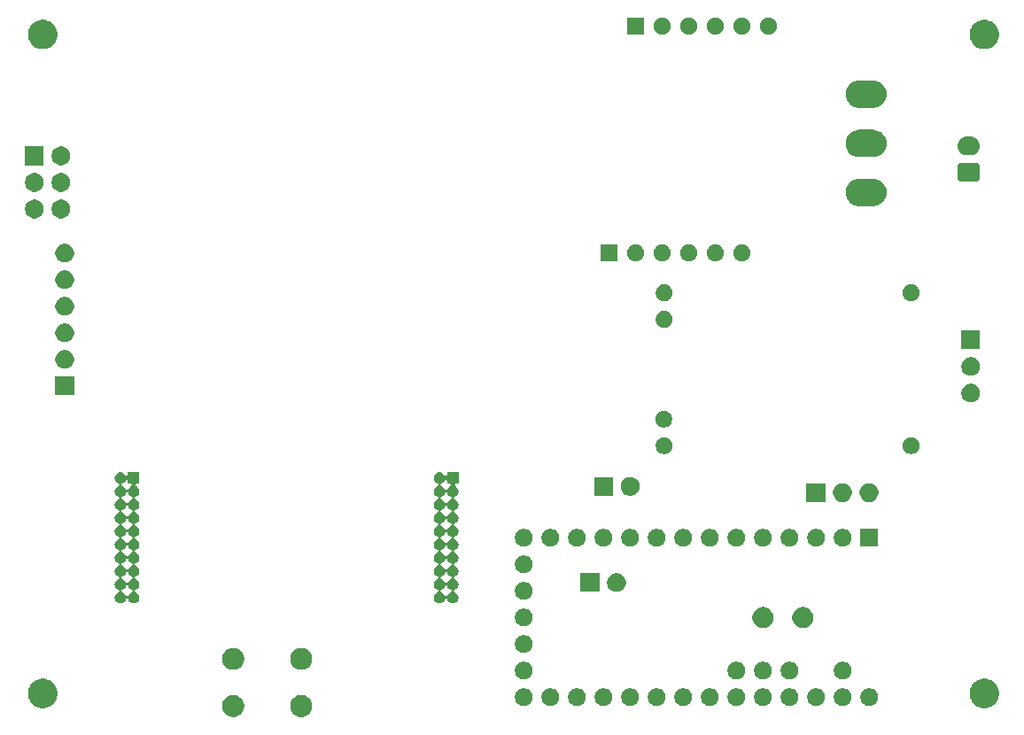
<source format=gbs>
G04 #@! TF.GenerationSoftware,KiCad,Pcbnew,5.1.5-52549c5~84~ubuntu18.04.1*
G04 #@! TF.CreationDate,2020-03-19T13:28:06+05:30*
G04 #@! TF.ProjectId,senseRx_rev1,73656e73-6552-4785-9f72-6576312e6b69,rev?*
G04 #@! TF.SameCoordinates,Original*
G04 #@! TF.FileFunction,Soldermask,Bot*
G04 #@! TF.FilePolarity,Negative*
%FSLAX46Y46*%
G04 Gerber Fmt 4.6, Leading zero omitted, Abs format (unit mm)*
G04 Created by KiCad (PCBNEW 5.1.5-52549c5~84~ubuntu18.04.1) date 2020-03-19 13:28:06*
%MOMM*%
%LPD*%
G04 APERTURE LIST*
%ADD10C,0.100000*%
G04 APERTURE END LIST*
D10*
G36*
X125006564Y-163189389D02*
G01*
X125191964Y-163266184D01*
X125197835Y-163268616D01*
X125369973Y-163383635D01*
X125516365Y-163530027D01*
X125605630Y-163663621D01*
X125631385Y-163702167D01*
X125710611Y-163893436D01*
X125751000Y-164096484D01*
X125751000Y-164303516D01*
X125710611Y-164506564D01*
X125631385Y-164697833D01*
X125631384Y-164697835D01*
X125516365Y-164869973D01*
X125369973Y-165016365D01*
X125197835Y-165131384D01*
X125197834Y-165131385D01*
X125197833Y-165131385D01*
X125006564Y-165210611D01*
X124803516Y-165251000D01*
X124596484Y-165251000D01*
X124393436Y-165210611D01*
X124202167Y-165131385D01*
X124202166Y-165131385D01*
X124202165Y-165131384D01*
X124030027Y-165016365D01*
X123883635Y-164869973D01*
X123768616Y-164697835D01*
X123768615Y-164697833D01*
X123689389Y-164506564D01*
X123649000Y-164303516D01*
X123649000Y-164096484D01*
X123689389Y-163893436D01*
X123768615Y-163702167D01*
X123794371Y-163663621D01*
X123883635Y-163530027D01*
X124030027Y-163383635D01*
X124202165Y-163268616D01*
X124208036Y-163266184D01*
X124393436Y-163189389D01*
X124596484Y-163149000D01*
X124803516Y-163149000D01*
X125006564Y-163189389D01*
G37*
G36*
X118506564Y-163189389D02*
G01*
X118691964Y-163266184D01*
X118697835Y-163268616D01*
X118869973Y-163383635D01*
X119016365Y-163530027D01*
X119105630Y-163663621D01*
X119131385Y-163702167D01*
X119210611Y-163893436D01*
X119251000Y-164096484D01*
X119251000Y-164303516D01*
X119210611Y-164506564D01*
X119131385Y-164697833D01*
X119131384Y-164697835D01*
X119016365Y-164869973D01*
X118869973Y-165016365D01*
X118697835Y-165131384D01*
X118697834Y-165131385D01*
X118697833Y-165131385D01*
X118506564Y-165210611D01*
X118303516Y-165251000D01*
X118096484Y-165251000D01*
X117893436Y-165210611D01*
X117702167Y-165131385D01*
X117702166Y-165131385D01*
X117702165Y-165131384D01*
X117530027Y-165016365D01*
X117383635Y-164869973D01*
X117268616Y-164697835D01*
X117268615Y-164697833D01*
X117189389Y-164506564D01*
X117149000Y-164303516D01*
X117149000Y-164096484D01*
X117189389Y-163893436D01*
X117268615Y-163702167D01*
X117294371Y-163663621D01*
X117383635Y-163530027D01*
X117530027Y-163383635D01*
X117702165Y-163268616D01*
X117708036Y-163266184D01*
X117893436Y-163189389D01*
X118096484Y-163149000D01*
X118303516Y-163149000D01*
X118506564Y-163189389D01*
G37*
G36*
X190318433Y-161634893D02*
G01*
X190408657Y-161652839D01*
X190514267Y-161696585D01*
X190663621Y-161758449D01*
X190663622Y-161758450D01*
X190893086Y-161911772D01*
X191088228Y-162106914D01*
X191190675Y-162260237D01*
X191241551Y-162336379D01*
X191347161Y-162591344D01*
X191401000Y-162862012D01*
X191401000Y-163137988D01*
X191365107Y-163318433D01*
X191347161Y-163408657D01*
X191303415Y-163514267D01*
X191241551Y-163663621D01*
X191241550Y-163663622D01*
X191088228Y-163893086D01*
X190893086Y-164088228D01*
X190739763Y-164190675D01*
X190663621Y-164241551D01*
X190514267Y-164303415D01*
X190408657Y-164347161D01*
X190318433Y-164365107D01*
X190137988Y-164401000D01*
X189862012Y-164401000D01*
X189681567Y-164365107D01*
X189591343Y-164347161D01*
X189485733Y-164303415D01*
X189336379Y-164241551D01*
X189260237Y-164190675D01*
X189106914Y-164088228D01*
X188911772Y-163893086D01*
X188758450Y-163663622D01*
X188758449Y-163663621D01*
X188696585Y-163514267D01*
X188652839Y-163408657D01*
X188634893Y-163318433D01*
X188599000Y-163137988D01*
X188599000Y-162862012D01*
X188652839Y-162591344D01*
X188758449Y-162336379D01*
X188809325Y-162260237D01*
X188911772Y-162106914D01*
X189106914Y-161911772D01*
X189336378Y-161758450D01*
X189336379Y-161758449D01*
X189485733Y-161696585D01*
X189591343Y-161652839D01*
X189681567Y-161634893D01*
X189862012Y-161599000D01*
X190137988Y-161599000D01*
X190318433Y-161634893D01*
G37*
G36*
X100318433Y-161634893D02*
G01*
X100408657Y-161652839D01*
X100514267Y-161696585D01*
X100663621Y-161758449D01*
X100663622Y-161758450D01*
X100893086Y-161911772D01*
X101088228Y-162106914D01*
X101190675Y-162260237D01*
X101241551Y-162336379D01*
X101347161Y-162591344D01*
X101401000Y-162862012D01*
X101401000Y-163137988D01*
X101365107Y-163318433D01*
X101347161Y-163408657D01*
X101303415Y-163514267D01*
X101241551Y-163663621D01*
X101241550Y-163663622D01*
X101088228Y-163893086D01*
X100893086Y-164088228D01*
X100739763Y-164190675D01*
X100663621Y-164241551D01*
X100514267Y-164303415D01*
X100408657Y-164347161D01*
X100318433Y-164365107D01*
X100137988Y-164401000D01*
X99862012Y-164401000D01*
X99681567Y-164365107D01*
X99591343Y-164347161D01*
X99485733Y-164303415D01*
X99336379Y-164241551D01*
X99260237Y-164190675D01*
X99106914Y-164088228D01*
X98911772Y-163893086D01*
X98758450Y-163663622D01*
X98758449Y-163663621D01*
X98696585Y-163514267D01*
X98652839Y-163408657D01*
X98634893Y-163318433D01*
X98599000Y-163137988D01*
X98599000Y-162862012D01*
X98652839Y-162591344D01*
X98758449Y-162336379D01*
X98809325Y-162260237D01*
X98911772Y-162106914D01*
X99106914Y-161911772D01*
X99336378Y-161758450D01*
X99336379Y-161758449D01*
X99485733Y-161696585D01*
X99591343Y-161652839D01*
X99681567Y-161634893D01*
X99862012Y-161599000D01*
X100137988Y-161599000D01*
X100318433Y-161634893D01*
G37*
G36*
X179248228Y-162531703D02*
G01*
X179403100Y-162595853D01*
X179542481Y-162688985D01*
X179661015Y-162807519D01*
X179754147Y-162946900D01*
X179818297Y-163101772D01*
X179851000Y-163266184D01*
X179851000Y-163433816D01*
X179818297Y-163598228D01*
X179754147Y-163753100D01*
X179661015Y-163892481D01*
X179542481Y-164011015D01*
X179403100Y-164104147D01*
X179248228Y-164168297D01*
X179083816Y-164201000D01*
X178916184Y-164201000D01*
X178751772Y-164168297D01*
X178596900Y-164104147D01*
X178457519Y-164011015D01*
X178338985Y-163892481D01*
X178245853Y-163753100D01*
X178181703Y-163598228D01*
X178149000Y-163433816D01*
X178149000Y-163266184D01*
X178181703Y-163101772D01*
X178245853Y-162946900D01*
X178338985Y-162807519D01*
X178457519Y-162688985D01*
X178596900Y-162595853D01*
X178751772Y-162531703D01*
X178916184Y-162499000D01*
X179083816Y-162499000D01*
X179248228Y-162531703D01*
G37*
G36*
X176708228Y-162531703D02*
G01*
X176863100Y-162595853D01*
X177002481Y-162688985D01*
X177121015Y-162807519D01*
X177214147Y-162946900D01*
X177278297Y-163101772D01*
X177311000Y-163266184D01*
X177311000Y-163433816D01*
X177278297Y-163598228D01*
X177214147Y-163753100D01*
X177121015Y-163892481D01*
X177002481Y-164011015D01*
X176863100Y-164104147D01*
X176708228Y-164168297D01*
X176543816Y-164201000D01*
X176376184Y-164201000D01*
X176211772Y-164168297D01*
X176056900Y-164104147D01*
X175917519Y-164011015D01*
X175798985Y-163892481D01*
X175705853Y-163753100D01*
X175641703Y-163598228D01*
X175609000Y-163433816D01*
X175609000Y-163266184D01*
X175641703Y-163101772D01*
X175705853Y-162946900D01*
X175798985Y-162807519D01*
X175917519Y-162688985D01*
X176056900Y-162595853D01*
X176211772Y-162531703D01*
X176376184Y-162499000D01*
X176543816Y-162499000D01*
X176708228Y-162531703D01*
G37*
G36*
X174168228Y-162531703D02*
G01*
X174323100Y-162595853D01*
X174462481Y-162688985D01*
X174581015Y-162807519D01*
X174674147Y-162946900D01*
X174738297Y-163101772D01*
X174771000Y-163266184D01*
X174771000Y-163433816D01*
X174738297Y-163598228D01*
X174674147Y-163753100D01*
X174581015Y-163892481D01*
X174462481Y-164011015D01*
X174323100Y-164104147D01*
X174168228Y-164168297D01*
X174003816Y-164201000D01*
X173836184Y-164201000D01*
X173671772Y-164168297D01*
X173516900Y-164104147D01*
X173377519Y-164011015D01*
X173258985Y-163892481D01*
X173165853Y-163753100D01*
X173101703Y-163598228D01*
X173069000Y-163433816D01*
X173069000Y-163266184D01*
X173101703Y-163101772D01*
X173165853Y-162946900D01*
X173258985Y-162807519D01*
X173377519Y-162688985D01*
X173516900Y-162595853D01*
X173671772Y-162531703D01*
X173836184Y-162499000D01*
X174003816Y-162499000D01*
X174168228Y-162531703D01*
G37*
G36*
X169088228Y-162531703D02*
G01*
X169243100Y-162595853D01*
X169382481Y-162688985D01*
X169501015Y-162807519D01*
X169594147Y-162946900D01*
X169658297Y-163101772D01*
X169691000Y-163266184D01*
X169691000Y-163433816D01*
X169658297Y-163598228D01*
X169594147Y-163753100D01*
X169501015Y-163892481D01*
X169382481Y-164011015D01*
X169243100Y-164104147D01*
X169088228Y-164168297D01*
X168923816Y-164201000D01*
X168756184Y-164201000D01*
X168591772Y-164168297D01*
X168436900Y-164104147D01*
X168297519Y-164011015D01*
X168178985Y-163892481D01*
X168085853Y-163753100D01*
X168021703Y-163598228D01*
X167989000Y-163433816D01*
X167989000Y-163266184D01*
X168021703Y-163101772D01*
X168085853Y-162946900D01*
X168178985Y-162807519D01*
X168297519Y-162688985D01*
X168436900Y-162595853D01*
X168591772Y-162531703D01*
X168756184Y-162499000D01*
X168923816Y-162499000D01*
X169088228Y-162531703D01*
G37*
G36*
X166548228Y-162531703D02*
G01*
X166703100Y-162595853D01*
X166842481Y-162688985D01*
X166961015Y-162807519D01*
X167054147Y-162946900D01*
X167118297Y-163101772D01*
X167151000Y-163266184D01*
X167151000Y-163433816D01*
X167118297Y-163598228D01*
X167054147Y-163753100D01*
X166961015Y-163892481D01*
X166842481Y-164011015D01*
X166703100Y-164104147D01*
X166548228Y-164168297D01*
X166383816Y-164201000D01*
X166216184Y-164201000D01*
X166051772Y-164168297D01*
X165896900Y-164104147D01*
X165757519Y-164011015D01*
X165638985Y-163892481D01*
X165545853Y-163753100D01*
X165481703Y-163598228D01*
X165449000Y-163433816D01*
X165449000Y-163266184D01*
X165481703Y-163101772D01*
X165545853Y-162946900D01*
X165638985Y-162807519D01*
X165757519Y-162688985D01*
X165896900Y-162595853D01*
X166051772Y-162531703D01*
X166216184Y-162499000D01*
X166383816Y-162499000D01*
X166548228Y-162531703D01*
G37*
G36*
X164008228Y-162531703D02*
G01*
X164163100Y-162595853D01*
X164302481Y-162688985D01*
X164421015Y-162807519D01*
X164514147Y-162946900D01*
X164578297Y-163101772D01*
X164611000Y-163266184D01*
X164611000Y-163433816D01*
X164578297Y-163598228D01*
X164514147Y-163753100D01*
X164421015Y-163892481D01*
X164302481Y-164011015D01*
X164163100Y-164104147D01*
X164008228Y-164168297D01*
X163843816Y-164201000D01*
X163676184Y-164201000D01*
X163511772Y-164168297D01*
X163356900Y-164104147D01*
X163217519Y-164011015D01*
X163098985Y-163892481D01*
X163005853Y-163753100D01*
X162941703Y-163598228D01*
X162909000Y-163433816D01*
X162909000Y-163266184D01*
X162941703Y-163101772D01*
X163005853Y-162946900D01*
X163098985Y-162807519D01*
X163217519Y-162688985D01*
X163356900Y-162595853D01*
X163511772Y-162531703D01*
X163676184Y-162499000D01*
X163843816Y-162499000D01*
X164008228Y-162531703D01*
G37*
G36*
X161468228Y-162531703D02*
G01*
X161623100Y-162595853D01*
X161762481Y-162688985D01*
X161881015Y-162807519D01*
X161974147Y-162946900D01*
X162038297Y-163101772D01*
X162071000Y-163266184D01*
X162071000Y-163433816D01*
X162038297Y-163598228D01*
X161974147Y-163753100D01*
X161881015Y-163892481D01*
X161762481Y-164011015D01*
X161623100Y-164104147D01*
X161468228Y-164168297D01*
X161303816Y-164201000D01*
X161136184Y-164201000D01*
X160971772Y-164168297D01*
X160816900Y-164104147D01*
X160677519Y-164011015D01*
X160558985Y-163892481D01*
X160465853Y-163753100D01*
X160401703Y-163598228D01*
X160369000Y-163433816D01*
X160369000Y-163266184D01*
X160401703Y-163101772D01*
X160465853Y-162946900D01*
X160558985Y-162807519D01*
X160677519Y-162688985D01*
X160816900Y-162595853D01*
X160971772Y-162531703D01*
X161136184Y-162499000D01*
X161303816Y-162499000D01*
X161468228Y-162531703D01*
G37*
G36*
X156388228Y-162531703D02*
G01*
X156543100Y-162595853D01*
X156682481Y-162688985D01*
X156801015Y-162807519D01*
X156894147Y-162946900D01*
X156958297Y-163101772D01*
X156991000Y-163266184D01*
X156991000Y-163433816D01*
X156958297Y-163598228D01*
X156894147Y-163753100D01*
X156801015Y-163892481D01*
X156682481Y-164011015D01*
X156543100Y-164104147D01*
X156388228Y-164168297D01*
X156223816Y-164201000D01*
X156056184Y-164201000D01*
X155891772Y-164168297D01*
X155736900Y-164104147D01*
X155597519Y-164011015D01*
X155478985Y-163892481D01*
X155385853Y-163753100D01*
X155321703Y-163598228D01*
X155289000Y-163433816D01*
X155289000Y-163266184D01*
X155321703Y-163101772D01*
X155385853Y-162946900D01*
X155478985Y-162807519D01*
X155597519Y-162688985D01*
X155736900Y-162595853D01*
X155891772Y-162531703D01*
X156056184Y-162499000D01*
X156223816Y-162499000D01*
X156388228Y-162531703D01*
G37*
G36*
X153848228Y-162531703D02*
G01*
X154003100Y-162595853D01*
X154142481Y-162688985D01*
X154261015Y-162807519D01*
X154354147Y-162946900D01*
X154418297Y-163101772D01*
X154451000Y-163266184D01*
X154451000Y-163433816D01*
X154418297Y-163598228D01*
X154354147Y-163753100D01*
X154261015Y-163892481D01*
X154142481Y-164011015D01*
X154003100Y-164104147D01*
X153848228Y-164168297D01*
X153683816Y-164201000D01*
X153516184Y-164201000D01*
X153351772Y-164168297D01*
X153196900Y-164104147D01*
X153057519Y-164011015D01*
X152938985Y-163892481D01*
X152845853Y-163753100D01*
X152781703Y-163598228D01*
X152749000Y-163433816D01*
X152749000Y-163266184D01*
X152781703Y-163101772D01*
X152845853Y-162946900D01*
X152938985Y-162807519D01*
X153057519Y-162688985D01*
X153196900Y-162595853D01*
X153351772Y-162531703D01*
X153516184Y-162499000D01*
X153683816Y-162499000D01*
X153848228Y-162531703D01*
G37*
G36*
X151308228Y-162531703D02*
G01*
X151463100Y-162595853D01*
X151602481Y-162688985D01*
X151721015Y-162807519D01*
X151814147Y-162946900D01*
X151878297Y-163101772D01*
X151911000Y-163266184D01*
X151911000Y-163433816D01*
X151878297Y-163598228D01*
X151814147Y-163753100D01*
X151721015Y-163892481D01*
X151602481Y-164011015D01*
X151463100Y-164104147D01*
X151308228Y-164168297D01*
X151143816Y-164201000D01*
X150976184Y-164201000D01*
X150811772Y-164168297D01*
X150656900Y-164104147D01*
X150517519Y-164011015D01*
X150398985Y-163892481D01*
X150305853Y-163753100D01*
X150241703Y-163598228D01*
X150209000Y-163433816D01*
X150209000Y-163266184D01*
X150241703Y-163101772D01*
X150305853Y-162946900D01*
X150398985Y-162807519D01*
X150517519Y-162688985D01*
X150656900Y-162595853D01*
X150811772Y-162531703D01*
X150976184Y-162499000D01*
X151143816Y-162499000D01*
X151308228Y-162531703D01*
G37*
G36*
X148768228Y-162531703D02*
G01*
X148923100Y-162595853D01*
X149062481Y-162688985D01*
X149181015Y-162807519D01*
X149274147Y-162946900D01*
X149338297Y-163101772D01*
X149371000Y-163266184D01*
X149371000Y-163433816D01*
X149338297Y-163598228D01*
X149274147Y-163753100D01*
X149181015Y-163892481D01*
X149062481Y-164011015D01*
X148923100Y-164104147D01*
X148768228Y-164168297D01*
X148603816Y-164201000D01*
X148436184Y-164201000D01*
X148271772Y-164168297D01*
X148116900Y-164104147D01*
X147977519Y-164011015D01*
X147858985Y-163892481D01*
X147765853Y-163753100D01*
X147701703Y-163598228D01*
X147669000Y-163433816D01*
X147669000Y-163266184D01*
X147701703Y-163101772D01*
X147765853Y-162946900D01*
X147858985Y-162807519D01*
X147977519Y-162688985D01*
X148116900Y-162595853D01*
X148271772Y-162531703D01*
X148436184Y-162499000D01*
X148603816Y-162499000D01*
X148768228Y-162531703D01*
G37*
G36*
X171628228Y-162531703D02*
G01*
X171783100Y-162595853D01*
X171922481Y-162688985D01*
X172041015Y-162807519D01*
X172134147Y-162946900D01*
X172198297Y-163101772D01*
X172231000Y-163266184D01*
X172231000Y-163433816D01*
X172198297Y-163598228D01*
X172134147Y-163753100D01*
X172041015Y-163892481D01*
X171922481Y-164011015D01*
X171783100Y-164104147D01*
X171628228Y-164168297D01*
X171463816Y-164201000D01*
X171296184Y-164201000D01*
X171131772Y-164168297D01*
X170976900Y-164104147D01*
X170837519Y-164011015D01*
X170718985Y-163892481D01*
X170625853Y-163753100D01*
X170561703Y-163598228D01*
X170529000Y-163433816D01*
X170529000Y-163266184D01*
X170561703Y-163101772D01*
X170625853Y-162946900D01*
X170718985Y-162807519D01*
X170837519Y-162688985D01*
X170976900Y-162595853D01*
X171131772Y-162531703D01*
X171296184Y-162499000D01*
X171463816Y-162499000D01*
X171628228Y-162531703D01*
G37*
G36*
X146228228Y-162531703D02*
G01*
X146383100Y-162595853D01*
X146522481Y-162688985D01*
X146641015Y-162807519D01*
X146734147Y-162946900D01*
X146798297Y-163101772D01*
X146831000Y-163266184D01*
X146831000Y-163433816D01*
X146798297Y-163598228D01*
X146734147Y-163753100D01*
X146641015Y-163892481D01*
X146522481Y-164011015D01*
X146383100Y-164104147D01*
X146228228Y-164168297D01*
X146063816Y-164201000D01*
X145896184Y-164201000D01*
X145731772Y-164168297D01*
X145576900Y-164104147D01*
X145437519Y-164011015D01*
X145318985Y-163892481D01*
X145225853Y-163753100D01*
X145161703Y-163598228D01*
X145129000Y-163433816D01*
X145129000Y-163266184D01*
X145161703Y-163101772D01*
X145225853Y-162946900D01*
X145318985Y-162807519D01*
X145437519Y-162688985D01*
X145576900Y-162595853D01*
X145731772Y-162531703D01*
X145896184Y-162499000D01*
X146063816Y-162499000D01*
X146228228Y-162531703D01*
G37*
G36*
X158928228Y-162531703D02*
G01*
X159083100Y-162595853D01*
X159222481Y-162688985D01*
X159341015Y-162807519D01*
X159434147Y-162946900D01*
X159498297Y-163101772D01*
X159531000Y-163266184D01*
X159531000Y-163433816D01*
X159498297Y-163598228D01*
X159434147Y-163753100D01*
X159341015Y-163892481D01*
X159222481Y-164011015D01*
X159083100Y-164104147D01*
X158928228Y-164168297D01*
X158763816Y-164201000D01*
X158596184Y-164201000D01*
X158431772Y-164168297D01*
X158276900Y-164104147D01*
X158137519Y-164011015D01*
X158018985Y-163892481D01*
X157925853Y-163753100D01*
X157861703Y-163598228D01*
X157829000Y-163433816D01*
X157829000Y-163266184D01*
X157861703Y-163101772D01*
X157925853Y-162946900D01*
X158018985Y-162807519D01*
X158137519Y-162688985D01*
X158276900Y-162595853D01*
X158431772Y-162531703D01*
X158596184Y-162499000D01*
X158763816Y-162499000D01*
X158928228Y-162531703D01*
G37*
G36*
X171628228Y-159991703D02*
G01*
X171783100Y-160055853D01*
X171922481Y-160148985D01*
X172041015Y-160267519D01*
X172134147Y-160406900D01*
X172198297Y-160561772D01*
X172231000Y-160726184D01*
X172231000Y-160893816D01*
X172198297Y-161058228D01*
X172134147Y-161213100D01*
X172041015Y-161352481D01*
X171922481Y-161471015D01*
X171783100Y-161564147D01*
X171628228Y-161628297D01*
X171463816Y-161661000D01*
X171296184Y-161661000D01*
X171131772Y-161628297D01*
X170976900Y-161564147D01*
X170837519Y-161471015D01*
X170718985Y-161352481D01*
X170625853Y-161213100D01*
X170561703Y-161058228D01*
X170529000Y-160893816D01*
X170529000Y-160726184D01*
X170561703Y-160561772D01*
X170625853Y-160406900D01*
X170718985Y-160267519D01*
X170837519Y-160148985D01*
X170976900Y-160055853D01*
X171131772Y-159991703D01*
X171296184Y-159959000D01*
X171463816Y-159959000D01*
X171628228Y-159991703D01*
G37*
G36*
X176708228Y-159991703D02*
G01*
X176863100Y-160055853D01*
X177002481Y-160148985D01*
X177121015Y-160267519D01*
X177214147Y-160406900D01*
X177278297Y-160561772D01*
X177311000Y-160726184D01*
X177311000Y-160893816D01*
X177278297Y-161058228D01*
X177214147Y-161213100D01*
X177121015Y-161352481D01*
X177002481Y-161471015D01*
X176863100Y-161564147D01*
X176708228Y-161628297D01*
X176543816Y-161661000D01*
X176376184Y-161661000D01*
X176211772Y-161628297D01*
X176056900Y-161564147D01*
X175917519Y-161471015D01*
X175798985Y-161352481D01*
X175705853Y-161213100D01*
X175641703Y-161058228D01*
X175609000Y-160893816D01*
X175609000Y-160726184D01*
X175641703Y-160561772D01*
X175705853Y-160406900D01*
X175798985Y-160267519D01*
X175917519Y-160148985D01*
X176056900Y-160055853D01*
X176211772Y-159991703D01*
X176376184Y-159959000D01*
X176543816Y-159959000D01*
X176708228Y-159991703D01*
G37*
G36*
X169088228Y-159991703D02*
G01*
X169243100Y-160055853D01*
X169382481Y-160148985D01*
X169501015Y-160267519D01*
X169594147Y-160406900D01*
X169658297Y-160561772D01*
X169691000Y-160726184D01*
X169691000Y-160893816D01*
X169658297Y-161058228D01*
X169594147Y-161213100D01*
X169501015Y-161352481D01*
X169382481Y-161471015D01*
X169243100Y-161564147D01*
X169088228Y-161628297D01*
X168923816Y-161661000D01*
X168756184Y-161661000D01*
X168591772Y-161628297D01*
X168436900Y-161564147D01*
X168297519Y-161471015D01*
X168178985Y-161352481D01*
X168085853Y-161213100D01*
X168021703Y-161058228D01*
X167989000Y-160893816D01*
X167989000Y-160726184D01*
X168021703Y-160561772D01*
X168085853Y-160406900D01*
X168178985Y-160267519D01*
X168297519Y-160148985D01*
X168436900Y-160055853D01*
X168591772Y-159991703D01*
X168756184Y-159959000D01*
X168923816Y-159959000D01*
X169088228Y-159991703D01*
G37*
G36*
X166548228Y-159991703D02*
G01*
X166703100Y-160055853D01*
X166842481Y-160148985D01*
X166961015Y-160267519D01*
X167054147Y-160406900D01*
X167118297Y-160561772D01*
X167151000Y-160726184D01*
X167151000Y-160893816D01*
X167118297Y-161058228D01*
X167054147Y-161213100D01*
X166961015Y-161352481D01*
X166842481Y-161471015D01*
X166703100Y-161564147D01*
X166548228Y-161628297D01*
X166383816Y-161661000D01*
X166216184Y-161661000D01*
X166051772Y-161628297D01*
X165896900Y-161564147D01*
X165757519Y-161471015D01*
X165638985Y-161352481D01*
X165545853Y-161213100D01*
X165481703Y-161058228D01*
X165449000Y-160893816D01*
X165449000Y-160726184D01*
X165481703Y-160561772D01*
X165545853Y-160406900D01*
X165638985Y-160267519D01*
X165757519Y-160148985D01*
X165896900Y-160055853D01*
X166051772Y-159991703D01*
X166216184Y-159959000D01*
X166383816Y-159959000D01*
X166548228Y-159991703D01*
G37*
G36*
X146228228Y-159991703D02*
G01*
X146383100Y-160055853D01*
X146522481Y-160148985D01*
X146641015Y-160267519D01*
X146734147Y-160406900D01*
X146798297Y-160561772D01*
X146831000Y-160726184D01*
X146831000Y-160893816D01*
X146798297Y-161058228D01*
X146734147Y-161213100D01*
X146641015Y-161352481D01*
X146522481Y-161471015D01*
X146383100Y-161564147D01*
X146228228Y-161628297D01*
X146063816Y-161661000D01*
X145896184Y-161661000D01*
X145731772Y-161628297D01*
X145576900Y-161564147D01*
X145437519Y-161471015D01*
X145318985Y-161352481D01*
X145225853Y-161213100D01*
X145161703Y-161058228D01*
X145129000Y-160893816D01*
X145129000Y-160726184D01*
X145161703Y-160561772D01*
X145225853Y-160406900D01*
X145318985Y-160267519D01*
X145437519Y-160148985D01*
X145576900Y-160055853D01*
X145731772Y-159991703D01*
X145896184Y-159959000D01*
X146063816Y-159959000D01*
X146228228Y-159991703D01*
G37*
G36*
X118506564Y-158689389D02*
G01*
X118697833Y-158768615D01*
X118697835Y-158768616D01*
X118869973Y-158883635D01*
X119016365Y-159030027D01*
X119131385Y-159202167D01*
X119210611Y-159393436D01*
X119251000Y-159596484D01*
X119251000Y-159803516D01*
X119210611Y-160006564D01*
X119151618Y-160148985D01*
X119131384Y-160197835D01*
X119016365Y-160369973D01*
X118869973Y-160516365D01*
X118697835Y-160631384D01*
X118697834Y-160631385D01*
X118697833Y-160631385D01*
X118506564Y-160710611D01*
X118303516Y-160751000D01*
X118096484Y-160751000D01*
X117893436Y-160710611D01*
X117702167Y-160631385D01*
X117702166Y-160631385D01*
X117702165Y-160631384D01*
X117530027Y-160516365D01*
X117383635Y-160369973D01*
X117268616Y-160197835D01*
X117248382Y-160148985D01*
X117189389Y-160006564D01*
X117149000Y-159803516D01*
X117149000Y-159596484D01*
X117189389Y-159393436D01*
X117268615Y-159202167D01*
X117383635Y-159030027D01*
X117530027Y-158883635D01*
X117702165Y-158768616D01*
X117702167Y-158768615D01*
X117893436Y-158689389D01*
X118096484Y-158649000D01*
X118303516Y-158649000D01*
X118506564Y-158689389D01*
G37*
G36*
X125006564Y-158689389D02*
G01*
X125197833Y-158768615D01*
X125197835Y-158768616D01*
X125369973Y-158883635D01*
X125516365Y-159030027D01*
X125631385Y-159202167D01*
X125710611Y-159393436D01*
X125751000Y-159596484D01*
X125751000Y-159803516D01*
X125710611Y-160006564D01*
X125651618Y-160148985D01*
X125631384Y-160197835D01*
X125516365Y-160369973D01*
X125369973Y-160516365D01*
X125197835Y-160631384D01*
X125197834Y-160631385D01*
X125197833Y-160631385D01*
X125006564Y-160710611D01*
X124803516Y-160751000D01*
X124596484Y-160751000D01*
X124393436Y-160710611D01*
X124202167Y-160631385D01*
X124202166Y-160631385D01*
X124202165Y-160631384D01*
X124030027Y-160516365D01*
X123883635Y-160369973D01*
X123768616Y-160197835D01*
X123748382Y-160148985D01*
X123689389Y-160006564D01*
X123649000Y-159803516D01*
X123649000Y-159596484D01*
X123689389Y-159393436D01*
X123768615Y-159202167D01*
X123883635Y-159030027D01*
X124030027Y-158883635D01*
X124202165Y-158768616D01*
X124202167Y-158768615D01*
X124393436Y-158689389D01*
X124596484Y-158649000D01*
X124803516Y-158649000D01*
X125006564Y-158689389D01*
G37*
G36*
X146228228Y-157451703D02*
G01*
X146383100Y-157515853D01*
X146522481Y-157608985D01*
X146641015Y-157727519D01*
X146734147Y-157866900D01*
X146798297Y-158021772D01*
X146831000Y-158186184D01*
X146831000Y-158353816D01*
X146798297Y-158518228D01*
X146734147Y-158673100D01*
X146641015Y-158812481D01*
X146522481Y-158931015D01*
X146383100Y-159024147D01*
X146228228Y-159088297D01*
X146063816Y-159121000D01*
X145896184Y-159121000D01*
X145731772Y-159088297D01*
X145576900Y-159024147D01*
X145437519Y-158931015D01*
X145318985Y-158812481D01*
X145225853Y-158673100D01*
X145161703Y-158518228D01*
X145129000Y-158353816D01*
X145129000Y-158186184D01*
X145161703Y-158021772D01*
X145225853Y-157866900D01*
X145318985Y-157727519D01*
X145437519Y-157608985D01*
X145576900Y-157515853D01*
X145731772Y-157451703D01*
X145896184Y-157419000D01*
X146063816Y-157419000D01*
X146228228Y-157451703D01*
G37*
G36*
X172845285Y-154748234D02*
G01*
X172941981Y-154767468D01*
X173124151Y-154842926D01*
X173288100Y-154952473D01*
X173427527Y-155091900D01*
X173537074Y-155255849D01*
X173612532Y-155438019D01*
X173651000Y-155631410D01*
X173651000Y-155828590D01*
X173612532Y-156021981D01*
X173537074Y-156204151D01*
X173427527Y-156368100D01*
X173288100Y-156507527D01*
X173124151Y-156617074D01*
X172941981Y-156692532D01*
X172748591Y-156731000D01*
X172551409Y-156731000D01*
X172358019Y-156692532D01*
X172175849Y-156617074D01*
X172011900Y-156507527D01*
X171872473Y-156368100D01*
X171762926Y-156204151D01*
X171687468Y-156021981D01*
X171649000Y-155828590D01*
X171649000Y-155631410D01*
X171687468Y-155438019D01*
X171762926Y-155255849D01*
X171872473Y-155091900D01*
X172011900Y-154952473D01*
X172175849Y-154842926D01*
X172358019Y-154767468D01*
X172454715Y-154748234D01*
X172551409Y-154729000D01*
X172748591Y-154729000D01*
X172845285Y-154748234D01*
G37*
G36*
X169035285Y-154748234D02*
G01*
X169131981Y-154767468D01*
X169314151Y-154842926D01*
X169478100Y-154952473D01*
X169617527Y-155091900D01*
X169727074Y-155255849D01*
X169802532Y-155438019D01*
X169841000Y-155631410D01*
X169841000Y-155828590D01*
X169802532Y-156021981D01*
X169727074Y-156204151D01*
X169617527Y-156368100D01*
X169478100Y-156507527D01*
X169314151Y-156617074D01*
X169131981Y-156692532D01*
X168938591Y-156731000D01*
X168741409Y-156731000D01*
X168548019Y-156692532D01*
X168365849Y-156617074D01*
X168201900Y-156507527D01*
X168062473Y-156368100D01*
X167952926Y-156204151D01*
X167877468Y-156021981D01*
X167839000Y-155828590D01*
X167839000Y-155631410D01*
X167877468Y-155438019D01*
X167952926Y-155255849D01*
X168062473Y-155091900D01*
X168201900Y-154952473D01*
X168365849Y-154842926D01*
X168548019Y-154767468D01*
X168644715Y-154748234D01*
X168741409Y-154729000D01*
X168938591Y-154729000D01*
X169035285Y-154748234D01*
G37*
G36*
X146228228Y-154911703D02*
G01*
X146383100Y-154975853D01*
X146522481Y-155068985D01*
X146641015Y-155187519D01*
X146734147Y-155326900D01*
X146798297Y-155481772D01*
X146831000Y-155646184D01*
X146831000Y-155813816D01*
X146798297Y-155978228D01*
X146734147Y-156133100D01*
X146641015Y-156272481D01*
X146522481Y-156391015D01*
X146383100Y-156484147D01*
X146228228Y-156548297D01*
X146063816Y-156581000D01*
X145896184Y-156581000D01*
X145731772Y-156548297D01*
X145576900Y-156484147D01*
X145437519Y-156391015D01*
X145318985Y-156272481D01*
X145225853Y-156133100D01*
X145161703Y-155978228D01*
X145129000Y-155813816D01*
X145129000Y-155646184D01*
X145161703Y-155481772D01*
X145225853Y-155326900D01*
X145318985Y-155187519D01*
X145437519Y-155068985D01*
X145576900Y-154975853D01*
X145731772Y-154911703D01*
X145896184Y-154879000D01*
X146063816Y-154879000D01*
X146228228Y-154911703D01*
G37*
G36*
X138090721Y-141870174D02*
G01*
X138190995Y-141911709D01*
X138190996Y-141911710D01*
X138281242Y-141972010D01*
X138357990Y-142048758D01*
X138357991Y-142048760D01*
X138420068Y-142141664D01*
X138435614Y-142160606D01*
X138454556Y-142176151D01*
X138476167Y-142187702D01*
X138499615Y-142194815D01*
X138524002Y-142197217D01*
X138548388Y-142194815D01*
X138571837Y-142187702D01*
X138593447Y-142176151D01*
X138612389Y-142160605D01*
X138627934Y-142141663D01*
X138639485Y-142120052D01*
X138646598Y-142096604D01*
X138649000Y-142072218D01*
X138649000Y-141849000D01*
X139751000Y-141849000D01*
X139751000Y-142951000D01*
X139527782Y-142951000D01*
X139503396Y-142953402D01*
X139479947Y-142960515D01*
X139458336Y-142972066D01*
X139439394Y-142987611D01*
X139423849Y-143006553D01*
X139412298Y-143028164D01*
X139405185Y-143051613D01*
X139402783Y-143075999D01*
X139405185Y-143100385D01*
X139412298Y-143123834D01*
X139423849Y-143145445D01*
X139439394Y-143164387D01*
X139458336Y-143179932D01*
X139519816Y-143221012D01*
X139551242Y-143242010D01*
X139627990Y-143318758D01*
X139627991Y-143318760D01*
X139688291Y-143409005D01*
X139729826Y-143509279D01*
X139751000Y-143615730D01*
X139751000Y-143724270D01*
X139729826Y-143830721D01*
X139688291Y-143930995D01*
X139688290Y-143930996D01*
X139627990Y-144021242D01*
X139551242Y-144097990D01*
X139546737Y-144101000D01*
X139460995Y-144158291D01*
X139385611Y-144189516D01*
X139364000Y-144201067D01*
X139345059Y-144216612D01*
X139329513Y-144235554D01*
X139317962Y-144257165D01*
X139310849Y-144280614D01*
X139308447Y-144305000D01*
X139310849Y-144329386D01*
X139317962Y-144352835D01*
X139329513Y-144374446D01*
X139345058Y-144393387D01*
X139364000Y-144408933D01*
X139385611Y-144420484D01*
X139460995Y-144451709D01*
X139460996Y-144451710D01*
X139551242Y-144512010D01*
X139627990Y-144588758D01*
X139627991Y-144588760D01*
X139688291Y-144679005D01*
X139729826Y-144779279D01*
X139751000Y-144885730D01*
X139751000Y-144994270D01*
X139729826Y-145100721D01*
X139688291Y-145200995D01*
X139688290Y-145200996D01*
X139627990Y-145291242D01*
X139551242Y-145367990D01*
X139505812Y-145398345D01*
X139460995Y-145428291D01*
X139385611Y-145459516D01*
X139364000Y-145471067D01*
X139345059Y-145486612D01*
X139329513Y-145505554D01*
X139317962Y-145527165D01*
X139310849Y-145550614D01*
X139308447Y-145575000D01*
X139310849Y-145599386D01*
X139317962Y-145622835D01*
X139329513Y-145644446D01*
X139345058Y-145663387D01*
X139364000Y-145678933D01*
X139385611Y-145690484D01*
X139460995Y-145721709D01*
X139460996Y-145721710D01*
X139551242Y-145782010D01*
X139627990Y-145858758D01*
X139627991Y-145858760D01*
X139688291Y-145949005D01*
X139729826Y-146049279D01*
X139751000Y-146155730D01*
X139751000Y-146264270D01*
X139729826Y-146370721D01*
X139688291Y-146470995D01*
X139688290Y-146470996D01*
X139627990Y-146561242D01*
X139551242Y-146637990D01*
X139505812Y-146668345D01*
X139460995Y-146698291D01*
X139385611Y-146729516D01*
X139364000Y-146741067D01*
X139345059Y-146756612D01*
X139329513Y-146775554D01*
X139317962Y-146797165D01*
X139310849Y-146820614D01*
X139308447Y-146845000D01*
X139310849Y-146869386D01*
X139317962Y-146892835D01*
X139329513Y-146914446D01*
X139345058Y-146933387D01*
X139364000Y-146948933D01*
X139385611Y-146960484D01*
X139460995Y-146991709D01*
X139460996Y-146991710D01*
X139551242Y-147052010D01*
X139627990Y-147128758D01*
X139627991Y-147128760D01*
X139688291Y-147219005D01*
X139729826Y-147319279D01*
X139751000Y-147425730D01*
X139751000Y-147534270D01*
X139729826Y-147640721D01*
X139688291Y-147740995D01*
X139688290Y-147740996D01*
X139627990Y-147831242D01*
X139551242Y-147907990D01*
X139505812Y-147938345D01*
X139460995Y-147968291D01*
X139385611Y-147999516D01*
X139364000Y-148011067D01*
X139345059Y-148026612D01*
X139329513Y-148045554D01*
X139317962Y-148067165D01*
X139310849Y-148090614D01*
X139308447Y-148115000D01*
X139310849Y-148139386D01*
X139317962Y-148162835D01*
X139329513Y-148184446D01*
X139345058Y-148203387D01*
X139364000Y-148218933D01*
X139385611Y-148230484D01*
X139460995Y-148261709D01*
X139460996Y-148261710D01*
X139551242Y-148322010D01*
X139627990Y-148398758D01*
X139627991Y-148398760D01*
X139688291Y-148489005D01*
X139729826Y-148589279D01*
X139751000Y-148695730D01*
X139751000Y-148804270D01*
X139729826Y-148910721D01*
X139688291Y-149010995D01*
X139688290Y-149010996D01*
X139627990Y-149101242D01*
X139551242Y-149177990D01*
X139505812Y-149208345D01*
X139460995Y-149238291D01*
X139385611Y-149269516D01*
X139364000Y-149281067D01*
X139345059Y-149296612D01*
X139329513Y-149315554D01*
X139317962Y-149337165D01*
X139310849Y-149360614D01*
X139308447Y-149385000D01*
X139310849Y-149409386D01*
X139317962Y-149432835D01*
X139329513Y-149454446D01*
X139345058Y-149473387D01*
X139364000Y-149488933D01*
X139385611Y-149500484D01*
X139460995Y-149531709D01*
X139460996Y-149531710D01*
X139551242Y-149592010D01*
X139627990Y-149668758D01*
X139627991Y-149668760D01*
X139688291Y-149759005D01*
X139729826Y-149859279D01*
X139751000Y-149965730D01*
X139751000Y-150074270D01*
X139729826Y-150180721D01*
X139688291Y-150280995D01*
X139688290Y-150280996D01*
X139627990Y-150371242D01*
X139551242Y-150447990D01*
X139505812Y-150478345D01*
X139460995Y-150508291D01*
X139385611Y-150539516D01*
X139364000Y-150551067D01*
X139345059Y-150566612D01*
X139329513Y-150585554D01*
X139317962Y-150607165D01*
X139310849Y-150630614D01*
X139308447Y-150655000D01*
X139310849Y-150679386D01*
X139317962Y-150702835D01*
X139329513Y-150724446D01*
X139345058Y-150743387D01*
X139364000Y-150758933D01*
X139385611Y-150770484D01*
X139460995Y-150801709D01*
X139460996Y-150801710D01*
X139551242Y-150862010D01*
X139627990Y-150938758D01*
X139627991Y-150938760D01*
X139688291Y-151029005D01*
X139729826Y-151129279D01*
X139751000Y-151235730D01*
X139751000Y-151344270D01*
X139729826Y-151450721D01*
X139688291Y-151550995D01*
X139688290Y-151550996D01*
X139627990Y-151641242D01*
X139551242Y-151717990D01*
X139505812Y-151748345D01*
X139460995Y-151778291D01*
X139385611Y-151809516D01*
X139364000Y-151821067D01*
X139345059Y-151836612D01*
X139329513Y-151855554D01*
X139317962Y-151877165D01*
X139310849Y-151900614D01*
X139308447Y-151925000D01*
X139310849Y-151949386D01*
X139317962Y-151972835D01*
X139329513Y-151994446D01*
X139345058Y-152013387D01*
X139364000Y-152028933D01*
X139385611Y-152040484D01*
X139460995Y-152071709D01*
X139460996Y-152071710D01*
X139551242Y-152132010D01*
X139627990Y-152208758D01*
X139627991Y-152208760D01*
X139688291Y-152299005D01*
X139729826Y-152399279D01*
X139751000Y-152505730D01*
X139751000Y-152614270D01*
X139729826Y-152720721D01*
X139688291Y-152820995D01*
X139688290Y-152820996D01*
X139627990Y-152911242D01*
X139551242Y-152987990D01*
X139505812Y-153018345D01*
X139460995Y-153048291D01*
X139385611Y-153079516D01*
X139364000Y-153091067D01*
X139345059Y-153106612D01*
X139329513Y-153125554D01*
X139317962Y-153147165D01*
X139310849Y-153170614D01*
X139308447Y-153195000D01*
X139310849Y-153219386D01*
X139317962Y-153242835D01*
X139329513Y-153264446D01*
X139345058Y-153283387D01*
X139364000Y-153298933D01*
X139385611Y-153310484D01*
X139460995Y-153341709D01*
X139460996Y-153341710D01*
X139551242Y-153402010D01*
X139627990Y-153478758D01*
X139627991Y-153478760D01*
X139688291Y-153569005D01*
X139729826Y-153669279D01*
X139751000Y-153775730D01*
X139751000Y-153884270D01*
X139729826Y-153990721D01*
X139688291Y-154090995D01*
X139688290Y-154090996D01*
X139627990Y-154181242D01*
X139551242Y-154257990D01*
X139505812Y-154288345D01*
X139460995Y-154318291D01*
X139360721Y-154359826D01*
X139254270Y-154381000D01*
X139145730Y-154381000D01*
X139039279Y-154359826D01*
X138939005Y-154318291D01*
X138894188Y-154288345D01*
X138848758Y-154257990D01*
X138772010Y-154181242D01*
X138711710Y-154090996D01*
X138711709Y-154090995D01*
X138680484Y-154015611D01*
X138668933Y-153994000D01*
X138653388Y-153975059D01*
X138634446Y-153959513D01*
X138612835Y-153947962D01*
X138589386Y-153940849D01*
X138565000Y-153938447D01*
X138540614Y-153940849D01*
X138517165Y-153947962D01*
X138495554Y-153959513D01*
X138476613Y-153975058D01*
X138461067Y-153994000D01*
X138449516Y-154015611D01*
X138418291Y-154090995D01*
X138418290Y-154090996D01*
X138357990Y-154181242D01*
X138281242Y-154257990D01*
X138235812Y-154288345D01*
X138190995Y-154318291D01*
X138090721Y-154359826D01*
X137984270Y-154381000D01*
X137875730Y-154381000D01*
X137769279Y-154359826D01*
X137669005Y-154318291D01*
X137624188Y-154288345D01*
X137578758Y-154257990D01*
X137502010Y-154181242D01*
X137441710Y-154090996D01*
X137441709Y-154090995D01*
X137400174Y-153990721D01*
X137379000Y-153884270D01*
X137379000Y-153775730D01*
X137400174Y-153669279D01*
X137441709Y-153569005D01*
X137502009Y-153478760D01*
X137502010Y-153478758D01*
X137578758Y-153402010D01*
X137669004Y-153341710D01*
X137669005Y-153341709D01*
X137744389Y-153310484D01*
X137766000Y-153298933D01*
X137784941Y-153283388D01*
X137800487Y-153264446D01*
X137812038Y-153242835D01*
X137819151Y-153219386D01*
X137821553Y-153195000D01*
X138038447Y-153195000D01*
X138040849Y-153219386D01*
X138047962Y-153242835D01*
X138059513Y-153264446D01*
X138075058Y-153283387D01*
X138094000Y-153298933D01*
X138115611Y-153310484D01*
X138190995Y-153341709D01*
X138190996Y-153341710D01*
X138281242Y-153402010D01*
X138357990Y-153478758D01*
X138357991Y-153478760D01*
X138418291Y-153569005D01*
X138449516Y-153644389D01*
X138461067Y-153666000D01*
X138476612Y-153684941D01*
X138495554Y-153700487D01*
X138517165Y-153712038D01*
X138540614Y-153719151D01*
X138565000Y-153721553D01*
X138589386Y-153719151D01*
X138612835Y-153712038D01*
X138634446Y-153700487D01*
X138653387Y-153684942D01*
X138668933Y-153666000D01*
X138680484Y-153644389D01*
X138711709Y-153569005D01*
X138772009Y-153478760D01*
X138772010Y-153478758D01*
X138848758Y-153402010D01*
X138939004Y-153341710D01*
X138939005Y-153341709D01*
X139014389Y-153310484D01*
X139036000Y-153298933D01*
X139054941Y-153283388D01*
X139070487Y-153264446D01*
X139082038Y-153242835D01*
X139089151Y-153219386D01*
X139091553Y-153195000D01*
X139089151Y-153170614D01*
X139082038Y-153147165D01*
X139070487Y-153125554D01*
X139054942Y-153106613D01*
X139036000Y-153091067D01*
X139014389Y-153079516D01*
X138939005Y-153048291D01*
X138894188Y-153018345D01*
X138848758Y-152987990D01*
X138772010Y-152911242D01*
X138711710Y-152820996D01*
X138711709Y-152820995D01*
X138680484Y-152745611D01*
X138668933Y-152724000D01*
X138653388Y-152705059D01*
X138634446Y-152689513D01*
X138612835Y-152677962D01*
X138589386Y-152670849D01*
X138565000Y-152668447D01*
X138540614Y-152670849D01*
X138517165Y-152677962D01*
X138495554Y-152689513D01*
X138476613Y-152705058D01*
X138461067Y-152724000D01*
X138449516Y-152745611D01*
X138418291Y-152820995D01*
X138418290Y-152820996D01*
X138357990Y-152911242D01*
X138281242Y-152987990D01*
X138235812Y-153018345D01*
X138190995Y-153048291D01*
X138115611Y-153079516D01*
X138094000Y-153091067D01*
X138075059Y-153106612D01*
X138059513Y-153125554D01*
X138047962Y-153147165D01*
X138040849Y-153170614D01*
X138038447Y-153195000D01*
X137821553Y-153195000D01*
X137819151Y-153170614D01*
X137812038Y-153147165D01*
X137800487Y-153125554D01*
X137784942Y-153106613D01*
X137766000Y-153091067D01*
X137744389Y-153079516D01*
X137669005Y-153048291D01*
X137624188Y-153018345D01*
X137578758Y-152987990D01*
X137502010Y-152911242D01*
X137441710Y-152820996D01*
X137441709Y-152820995D01*
X137400174Y-152720721D01*
X137379000Y-152614270D01*
X137379000Y-152505730D01*
X137400174Y-152399279D01*
X137441709Y-152299005D01*
X137502009Y-152208760D01*
X137502010Y-152208758D01*
X137578758Y-152132010D01*
X137669004Y-152071710D01*
X137669005Y-152071709D01*
X137744389Y-152040484D01*
X137766000Y-152028933D01*
X137784941Y-152013388D01*
X137800487Y-151994446D01*
X137812038Y-151972835D01*
X137819151Y-151949386D01*
X137821553Y-151925000D01*
X138038447Y-151925000D01*
X138040849Y-151949386D01*
X138047962Y-151972835D01*
X138059513Y-151994446D01*
X138075058Y-152013387D01*
X138094000Y-152028933D01*
X138115611Y-152040484D01*
X138190995Y-152071709D01*
X138190996Y-152071710D01*
X138281242Y-152132010D01*
X138357990Y-152208758D01*
X138357991Y-152208760D01*
X138418291Y-152299005D01*
X138449516Y-152374389D01*
X138461067Y-152396000D01*
X138476612Y-152414941D01*
X138495554Y-152430487D01*
X138517165Y-152442038D01*
X138540614Y-152449151D01*
X138565000Y-152451553D01*
X138589386Y-152449151D01*
X138612835Y-152442038D01*
X138634446Y-152430487D01*
X138653387Y-152414942D01*
X138668933Y-152396000D01*
X138680484Y-152374389D01*
X138711709Y-152299005D01*
X138772009Y-152208760D01*
X138772010Y-152208758D01*
X138848758Y-152132010D01*
X138939004Y-152071710D01*
X138939005Y-152071709D01*
X139014389Y-152040484D01*
X139036000Y-152028933D01*
X139054941Y-152013388D01*
X139070487Y-151994446D01*
X139082038Y-151972835D01*
X139089151Y-151949386D01*
X139091553Y-151925000D01*
X139089151Y-151900614D01*
X139082038Y-151877165D01*
X139070487Y-151855554D01*
X139054942Y-151836613D01*
X139036000Y-151821067D01*
X139014389Y-151809516D01*
X138939005Y-151778291D01*
X138894188Y-151748345D01*
X138848758Y-151717990D01*
X138772010Y-151641242D01*
X138711710Y-151550996D01*
X138711709Y-151550995D01*
X138680484Y-151475611D01*
X138668933Y-151454000D01*
X138653388Y-151435059D01*
X138634446Y-151419513D01*
X138612835Y-151407962D01*
X138589386Y-151400849D01*
X138565000Y-151398447D01*
X138540614Y-151400849D01*
X138517165Y-151407962D01*
X138495554Y-151419513D01*
X138476613Y-151435058D01*
X138461067Y-151454000D01*
X138449516Y-151475611D01*
X138418291Y-151550995D01*
X138418290Y-151550996D01*
X138357990Y-151641242D01*
X138281242Y-151717990D01*
X138235812Y-151748345D01*
X138190995Y-151778291D01*
X138115611Y-151809516D01*
X138094000Y-151821067D01*
X138075059Y-151836612D01*
X138059513Y-151855554D01*
X138047962Y-151877165D01*
X138040849Y-151900614D01*
X138038447Y-151925000D01*
X137821553Y-151925000D01*
X137819151Y-151900614D01*
X137812038Y-151877165D01*
X137800487Y-151855554D01*
X137784942Y-151836613D01*
X137766000Y-151821067D01*
X137744389Y-151809516D01*
X137669005Y-151778291D01*
X137624188Y-151748345D01*
X137578758Y-151717990D01*
X137502010Y-151641242D01*
X137441710Y-151550996D01*
X137441709Y-151550995D01*
X137400174Y-151450721D01*
X137379000Y-151344270D01*
X137379000Y-151235730D01*
X137400174Y-151129279D01*
X137441709Y-151029005D01*
X137502009Y-150938760D01*
X137502010Y-150938758D01*
X137578758Y-150862010D01*
X137669004Y-150801710D01*
X137669005Y-150801709D01*
X137744389Y-150770484D01*
X137766000Y-150758933D01*
X137784941Y-150743388D01*
X137800487Y-150724446D01*
X137812038Y-150702835D01*
X137819151Y-150679386D01*
X137821553Y-150655000D01*
X138038447Y-150655000D01*
X138040849Y-150679386D01*
X138047962Y-150702835D01*
X138059513Y-150724446D01*
X138075058Y-150743387D01*
X138094000Y-150758933D01*
X138115611Y-150770484D01*
X138190995Y-150801709D01*
X138190996Y-150801710D01*
X138281242Y-150862010D01*
X138357990Y-150938758D01*
X138357991Y-150938760D01*
X138418291Y-151029005D01*
X138449516Y-151104389D01*
X138461067Y-151126000D01*
X138476612Y-151144941D01*
X138495554Y-151160487D01*
X138517165Y-151172038D01*
X138540614Y-151179151D01*
X138565000Y-151181553D01*
X138589386Y-151179151D01*
X138612835Y-151172038D01*
X138634446Y-151160487D01*
X138653387Y-151144942D01*
X138668933Y-151126000D01*
X138680484Y-151104389D01*
X138711709Y-151029005D01*
X138772009Y-150938760D01*
X138772010Y-150938758D01*
X138848758Y-150862010D01*
X138939004Y-150801710D01*
X138939005Y-150801709D01*
X139014389Y-150770484D01*
X139036000Y-150758933D01*
X139054941Y-150743388D01*
X139070487Y-150724446D01*
X139082038Y-150702835D01*
X139089151Y-150679386D01*
X139091553Y-150655000D01*
X139089151Y-150630614D01*
X139082038Y-150607165D01*
X139070487Y-150585554D01*
X139054942Y-150566613D01*
X139036000Y-150551067D01*
X139014389Y-150539516D01*
X138939005Y-150508291D01*
X138894188Y-150478345D01*
X138848758Y-150447990D01*
X138772010Y-150371242D01*
X138711710Y-150280996D01*
X138711709Y-150280995D01*
X138680484Y-150205611D01*
X138668933Y-150184000D01*
X138653388Y-150165059D01*
X138634446Y-150149513D01*
X138612835Y-150137962D01*
X138589386Y-150130849D01*
X138565000Y-150128447D01*
X138540614Y-150130849D01*
X138517165Y-150137962D01*
X138495554Y-150149513D01*
X138476613Y-150165058D01*
X138461067Y-150184000D01*
X138449516Y-150205611D01*
X138418291Y-150280995D01*
X138418290Y-150280996D01*
X138357990Y-150371242D01*
X138281242Y-150447990D01*
X138235812Y-150478345D01*
X138190995Y-150508291D01*
X138115611Y-150539516D01*
X138094000Y-150551067D01*
X138075059Y-150566612D01*
X138059513Y-150585554D01*
X138047962Y-150607165D01*
X138040849Y-150630614D01*
X138038447Y-150655000D01*
X137821553Y-150655000D01*
X137819151Y-150630614D01*
X137812038Y-150607165D01*
X137800487Y-150585554D01*
X137784942Y-150566613D01*
X137766000Y-150551067D01*
X137744389Y-150539516D01*
X137669005Y-150508291D01*
X137624188Y-150478345D01*
X137578758Y-150447990D01*
X137502010Y-150371242D01*
X137441710Y-150280996D01*
X137441709Y-150280995D01*
X137400174Y-150180721D01*
X137379000Y-150074270D01*
X137379000Y-149965730D01*
X137400174Y-149859279D01*
X137441709Y-149759005D01*
X137502009Y-149668760D01*
X137502010Y-149668758D01*
X137578758Y-149592010D01*
X137669004Y-149531710D01*
X137669005Y-149531709D01*
X137744389Y-149500484D01*
X137766000Y-149488933D01*
X137784941Y-149473388D01*
X137800487Y-149454446D01*
X137812038Y-149432835D01*
X137819151Y-149409386D01*
X137821553Y-149385000D01*
X138038447Y-149385000D01*
X138040849Y-149409386D01*
X138047962Y-149432835D01*
X138059513Y-149454446D01*
X138075058Y-149473387D01*
X138094000Y-149488933D01*
X138115611Y-149500484D01*
X138190995Y-149531709D01*
X138190996Y-149531710D01*
X138281242Y-149592010D01*
X138357990Y-149668758D01*
X138357991Y-149668760D01*
X138418291Y-149759005D01*
X138449516Y-149834389D01*
X138461067Y-149856000D01*
X138476612Y-149874941D01*
X138495554Y-149890487D01*
X138517165Y-149902038D01*
X138540614Y-149909151D01*
X138565000Y-149911553D01*
X138589386Y-149909151D01*
X138612835Y-149902038D01*
X138634446Y-149890487D01*
X138653387Y-149874942D01*
X138668933Y-149856000D01*
X138680484Y-149834389D01*
X138711709Y-149759005D01*
X138772009Y-149668760D01*
X138772010Y-149668758D01*
X138848758Y-149592010D01*
X138939004Y-149531710D01*
X138939005Y-149531709D01*
X139014389Y-149500484D01*
X139036000Y-149488933D01*
X139054941Y-149473388D01*
X139070487Y-149454446D01*
X139082038Y-149432835D01*
X139089151Y-149409386D01*
X139091553Y-149385000D01*
X139089151Y-149360614D01*
X139082038Y-149337165D01*
X139070487Y-149315554D01*
X139054942Y-149296613D01*
X139036000Y-149281067D01*
X139014389Y-149269516D01*
X138939005Y-149238291D01*
X138894188Y-149208345D01*
X138848758Y-149177990D01*
X138772010Y-149101242D01*
X138711710Y-149010996D01*
X138711709Y-149010995D01*
X138680484Y-148935611D01*
X138668933Y-148914000D01*
X138653388Y-148895059D01*
X138634446Y-148879513D01*
X138612835Y-148867962D01*
X138589386Y-148860849D01*
X138565000Y-148858447D01*
X138540614Y-148860849D01*
X138517165Y-148867962D01*
X138495554Y-148879513D01*
X138476613Y-148895058D01*
X138461067Y-148914000D01*
X138449516Y-148935611D01*
X138418291Y-149010995D01*
X138418290Y-149010996D01*
X138357990Y-149101242D01*
X138281242Y-149177990D01*
X138235812Y-149208345D01*
X138190995Y-149238291D01*
X138115611Y-149269516D01*
X138094000Y-149281067D01*
X138075059Y-149296612D01*
X138059513Y-149315554D01*
X138047962Y-149337165D01*
X138040849Y-149360614D01*
X138038447Y-149385000D01*
X137821553Y-149385000D01*
X137819151Y-149360614D01*
X137812038Y-149337165D01*
X137800487Y-149315554D01*
X137784942Y-149296613D01*
X137766000Y-149281067D01*
X137744389Y-149269516D01*
X137669005Y-149238291D01*
X137624188Y-149208345D01*
X137578758Y-149177990D01*
X137502010Y-149101242D01*
X137441710Y-149010996D01*
X137441709Y-149010995D01*
X137400174Y-148910721D01*
X137379000Y-148804270D01*
X137379000Y-148695730D01*
X137400174Y-148589279D01*
X137441709Y-148489005D01*
X137502009Y-148398760D01*
X137502010Y-148398758D01*
X137578758Y-148322010D01*
X137669004Y-148261710D01*
X137669005Y-148261709D01*
X137744389Y-148230484D01*
X137766000Y-148218933D01*
X137784941Y-148203388D01*
X137800487Y-148184446D01*
X137812038Y-148162835D01*
X137819151Y-148139386D01*
X137821553Y-148115000D01*
X138038447Y-148115000D01*
X138040849Y-148139386D01*
X138047962Y-148162835D01*
X138059513Y-148184446D01*
X138075058Y-148203387D01*
X138094000Y-148218933D01*
X138115611Y-148230484D01*
X138190995Y-148261709D01*
X138190996Y-148261710D01*
X138281242Y-148322010D01*
X138357990Y-148398758D01*
X138357991Y-148398760D01*
X138418291Y-148489005D01*
X138449516Y-148564389D01*
X138461067Y-148586000D01*
X138476612Y-148604941D01*
X138495554Y-148620487D01*
X138517165Y-148632038D01*
X138540614Y-148639151D01*
X138565000Y-148641553D01*
X138589386Y-148639151D01*
X138612835Y-148632038D01*
X138634446Y-148620487D01*
X138653387Y-148604942D01*
X138668933Y-148586000D01*
X138680484Y-148564389D01*
X138711709Y-148489005D01*
X138772009Y-148398760D01*
X138772010Y-148398758D01*
X138848758Y-148322010D01*
X138939004Y-148261710D01*
X138939005Y-148261709D01*
X139014389Y-148230484D01*
X139036000Y-148218933D01*
X139054941Y-148203388D01*
X139070487Y-148184446D01*
X139082038Y-148162835D01*
X139089151Y-148139386D01*
X139091553Y-148115000D01*
X139089151Y-148090614D01*
X139082038Y-148067165D01*
X139070487Y-148045554D01*
X139054942Y-148026613D01*
X139036000Y-148011067D01*
X139014389Y-147999516D01*
X138939005Y-147968291D01*
X138894188Y-147938345D01*
X138848758Y-147907990D01*
X138772010Y-147831242D01*
X138711710Y-147740996D01*
X138711709Y-147740995D01*
X138680484Y-147665611D01*
X138668933Y-147644000D01*
X138653388Y-147625059D01*
X138634446Y-147609513D01*
X138612835Y-147597962D01*
X138589386Y-147590849D01*
X138565000Y-147588447D01*
X138540614Y-147590849D01*
X138517165Y-147597962D01*
X138495554Y-147609513D01*
X138476613Y-147625058D01*
X138461067Y-147644000D01*
X138449516Y-147665611D01*
X138418291Y-147740995D01*
X138418290Y-147740996D01*
X138357990Y-147831242D01*
X138281242Y-147907990D01*
X138235812Y-147938345D01*
X138190995Y-147968291D01*
X138115611Y-147999516D01*
X138094000Y-148011067D01*
X138075059Y-148026612D01*
X138059513Y-148045554D01*
X138047962Y-148067165D01*
X138040849Y-148090614D01*
X138038447Y-148115000D01*
X137821553Y-148115000D01*
X137819151Y-148090614D01*
X137812038Y-148067165D01*
X137800487Y-148045554D01*
X137784942Y-148026613D01*
X137766000Y-148011067D01*
X137744389Y-147999516D01*
X137669005Y-147968291D01*
X137624188Y-147938345D01*
X137578758Y-147907990D01*
X137502010Y-147831242D01*
X137441710Y-147740996D01*
X137441709Y-147740995D01*
X137400174Y-147640721D01*
X137379000Y-147534270D01*
X137379000Y-147425730D01*
X137400174Y-147319279D01*
X137441709Y-147219005D01*
X137502009Y-147128760D01*
X137502010Y-147128758D01*
X137578758Y-147052010D01*
X137669004Y-146991710D01*
X137669005Y-146991709D01*
X137744389Y-146960484D01*
X137766000Y-146948933D01*
X137784941Y-146933388D01*
X137800487Y-146914446D01*
X137812038Y-146892835D01*
X137819151Y-146869386D01*
X137821553Y-146845000D01*
X138038447Y-146845000D01*
X138040849Y-146869386D01*
X138047962Y-146892835D01*
X138059513Y-146914446D01*
X138075058Y-146933387D01*
X138094000Y-146948933D01*
X138115611Y-146960484D01*
X138190995Y-146991709D01*
X138190996Y-146991710D01*
X138281242Y-147052010D01*
X138357990Y-147128758D01*
X138357991Y-147128760D01*
X138418291Y-147219005D01*
X138449516Y-147294389D01*
X138461067Y-147316000D01*
X138476612Y-147334941D01*
X138495554Y-147350487D01*
X138517165Y-147362038D01*
X138540614Y-147369151D01*
X138565000Y-147371553D01*
X138589386Y-147369151D01*
X138612835Y-147362038D01*
X138634446Y-147350487D01*
X138653387Y-147334942D01*
X138668933Y-147316000D01*
X138680484Y-147294389D01*
X138711709Y-147219005D01*
X138772009Y-147128760D01*
X138772010Y-147128758D01*
X138848758Y-147052010D01*
X138939004Y-146991710D01*
X138939005Y-146991709D01*
X139014389Y-146960484D01*
X139036000Y-146948933D01*
X139054941Y-146933388D01*
X139070487Y-146914446D01*
X139082038Y-146892835D01*
X139089151Y-146869386D01*
X139091553Y-146845000D01*
X139089151Y-146820614D01*
X139082038Y-146797165D01*
X139070487Y-146775554D01*
X139054942Y-146756613D01*
X139036000Y-146741067D01*
X139014389Y-146729516D01*
X138939005Y-146698291D01*
X138894188Y-146668345D01*
X138848758Y-146637990D01*
X138772010Y-146561242D01*
X138711710Y-146470996D01*
X138711709Y-146470995D01*
X138680484Y-146395611D01*
X138668933Y-146374000D01*
X138653388Y-146355059D01*
X138634446Y-146339513D01*
X138612835Y-146327962D01*
X138589386Y-146320849D01*
X138565000Y-146318447D01*
X138540614Y-146320849D01*
X138517165Y-146327962D01*
X138495554Y-146339513D01*
X138476613Y-146355058D01*
X138461067Y-146374000D01*
X138449516Y-146395611D01*
X138418291Y-146470995D01*
X138418290Y-146470996D01*
X138357990Y-146561242D01*
X138281242Y-146637990D01*
X138235812Y-146668345D01*
X138190995Y-146698291D01*
X138115611Y-146729516D01*
X138094000Y-146741067D01*
X138075059Y-146756612D01*
X138059513Y-146775554D01*
X138047962Y-146797165D01*
X138040849Y-146820614D01*
X138038447Y-146845000D01*
X137821553Y-146845000D01*
X137819151Y-146820614D01*
X137812038Y-146797165D01*
X137800487Y-146775554D01*
X137784942Y-146756613D01*
X137766000Y-146741067D01*
X137744389Y-146729516D01*
X137669005Y-146698291D01*
X137624188Y-146668345D01*
X137578758Y-146637990D01*
X137502010Y-146561242D01*
X137441710Y-146470996D01*
X137441709Y-146470995D01*
X137400174Y-146370721D01*
X137379000Y-146264270D01*
X137379000Y-146155730D01*
X137400174Y-146049279D01*
X137441709Y-145949005D01*
X137502009Y-145858760D01*
X137502010Y-145858758D01*
X137578758Y-145782010D01*
X137669004Y-145721710D01*
X137669005Y-145721709D01*
X137744389Y-145690484D01*
X137766000Y-145678933D01*
X137784941Y-145663388D01*
X137800487Y-145644446D01*
X137812038Y-145622835D01*
X137819151Y-145599386D01*
X137821553Y-145575000D01*
X138038447Y-145575000D01*
X138040849Y-145599386D01*
X138047962Y-145622835D01*
X138059513Y-145644446D01*
X138075058Y-145663387D01*
X138094000Y-145678933D01*
X138115611Y-145690484D01*
X138190995Y-145721709D01*
X138190996Y-145721710D01*
X138281242Y-145782010D01*
X138357990Y-145858758D01*
X138357991Y-145858760D01*
X138418291Y-145949005D01*
X138449516Y-146024389D01*
X138461067Y-146046000D01*
X138476612Y-146064941D01*
X138495554Y-146080487D01*
X138517165Y-146092038D01*
X138540614Y-146099151D01*
X138565000Y-146101553D01*
X138589386Y-146099151D01*
X138612835Y-146092038D01*
X138634446Y-146080487D01*
X138653387Y-146064942D01*
X138668933Y-146046000D01*
X138680484Y-146024389D01*
X138711709Y-145949005D01*
X138772009Y-145858760D01*
X138772010Y-145858758D01*
X138848758Y-145782010D01*
X138939004Y-145721710D01*
X138939005Y-145721709D01*
X139014389Y-145690484D01*
X139036000Y-145678933D01*
X139054941Y-145663388D01*
X139070487Y-145644446D01*
X139082038Y-145622835D01*
X139089151Y-145599386D01*
X139091553Y-145575000D01*
X139089151Y-145550614D01*
X139082038Y-145527165D01*
X139070487Y-145505554D01*
X139054942Y-145486613D01*
X139036000Y-145471067D01*
X139014389Y-145459516D01*
X138939005Y-145428291D01*
X138894188Y-145398345D01*
X138848758Y-145367990D01*
X138772010Y-145291242D01*
X138711710Y-145200996D01*
X138711709Y-145200995D01*
X138680484Y-145125611D01*
X138668933Y-145104000D01*
X138653388Y-145085059D01*
X138634446Y-145069513D01*
X138612835Y-145057962D01*
X138589386Y-145050849D01*
X138565000Y-145048447D01*
X138540614Y-145050849D01*
X138517165Y-145057962D01*
X138495554Y-145069513D01*
X138476613Y-145085058D01*
X138461067Y-145104000D01*
X138449516Y-145125611D01*
X138418291Y-145200995D01*
X138418290Y-145200996D01*
X138357990Y-145291242D01*
X138281242Y-145367990D01*
X138235812Y-145398345D01*
X138190995Y-145428291D01*
X138115611Y-145459516D01*
X138094000Y-145471067D01*
X138075059Y-145486612D01*
X138059513Y-145505554D01*
X138047962Y-145527165D01*
X138040849Y-145550614D01*
X138038447Y-145575000D01*
X137821553Y-145575000D01*
X137819151Y-145550614D01*
X137812038Y-145527165D01*
X137800487Y-145505554D01*
X137784942Y-145486613D01*
X137766000Y-145471067D01*
X137744389Y-145459516D01*
X137669005Y-145428291D01*
X137624188Y-145398345D01*
X137578758Y-145367990D01*
X137502010Y-145291242D01*
X137441710Y-145200996D01*
X137441709Y-145200995D01*
X137400174Y-145100721D01*
X137379000Y-144994270D01*
X137379000Y-144885730D01*
X137400174Y-144779279D01*
X137441709Y-144679005D01*
X137502009Y-144588760D01*
X137502010Y-144588758D01*
X137578758Y-144512010D01*
X137669004Y-144451710D01*
X137669005Y-144451709D01*
X137744389Y-144420484D01*
X137766000Y-144408933D01*
X137784941Y-144393388D01*
X137800487Y-144374446D01*
X137812038Y-144352835D01*
X137819151Y-144329386D01*
X137821553Y-144305000D01*
X138038447Y-144305000D01*
X138040849Y-144329386D01*
X138047962Y-144352835D01*
X138059513Y-144374446D01*
X138075058Y-144393387D01*
X138094000Y-144408933D01*
X138115611Y-144420484D01*
X138190995Y-144451709D01*
X138190996Y-144451710D01*
X138281242Y-144512010D01*
X138357990Y-144588758D01*
X138357991Y-144588760D01*
X138418291Y-144679005D01*
X138449516Y-144754389D01*
X138461067Y-144776000D01*
X138476612Y-144794941D01*
X138495554Y-144810487D01*
X138517165Y-144822038D01*
X138540614Y-144829151D01*
X138565000Y-144831553D01*
X138589386Y-144829151D01*
X138612835Y-144822038D01*
X138634446Y-144810487D01*
X138653387Y-144794942D01*
X138668933Y-144776000D01*
X138680484Y-144754389D01*
X138711709Y-144679005D01*
X138772009Y-144588760D01*
X138772010Y-144588758D01*
X138848758Y-144512010D01*
X138939004Y-144451710D01*
X138939005Y-144451709D01*
X139014389Y-144420484D01*
X139036000Y-144408933D01*
X139054941Y-144393388D01*
X139070487Y-144374446D01*
X139082038Y-144352835D01*
X139089151Y-144329386D01*
X139091553Y-144305000D01*
X139089151Y-144280614D01*
X139082038Y-144257165D01*
X139070487Y-144235554D01*
X139054942Y-144216613D01*
X139036000Y-144201067D01*
X139014389Y-144189516D01*
X138939005Y-144158291D01*
X138853263Y-144101000D01*
X138848758Y-144097990D01*
X138772010Y-144021242D01*
X138711710Y-143930996D01*
X138711709Y-143930995D01*
X138680484Y-143855611D01*
X138668933Y-143834000D01*
X138653388Y-143815059D01*
X138634446Y-143799513D01*
X138612835Y-143787962D01*
X138589386Y-143780849D01*
X138565000Y-143778447D01*
X138540614Y-143780849D01*
X138517165Y-143787962D01*
X138495554Y-143799513D01*
X138476613Y-143815058D01*
X138461067Y-143834000D01*
X138449516Y-143855611D01*
X138418291Y-143930995D01*
X138418290Y-143930996D01*
X138357990Y-144021242D01*
X138281242Y-144097990D01*
X138276737Y-144101000D01*
X138190995Y-144158291D01*
X138115611Y-144189516D01*
X138094000Y-144201067D01*
X138075059Y-144216612D01*
X138059513Y-144235554D01*
X138047962Y-144257165D01*
X138040849Y-144280614D01*
X138038447Y-144305000D01*
X137821553Y-144305000D01*
X137819151Y-144280614D01*
X137812038Y-144257165D01*
X137800487Y-144235554D01*
X137784942Y-144216613D01*
X137766000Y-144201067D01*
X137744389Y-144189516D01*
X137669005Y-144158291D01*
X137583263Y-144101000D01*
X137578758Y-144097990D01*
X137502010Y-144021242D01*
X137441710Y-143930996D01*
X137441709Y-143930995D01*
X137400174Y-143830721D01*
X137379000Y-143724270D01*
X137379000Y-143615730D01*
X137400174Y-143509279D01*
X137441709Y-143409005D01*
X137502009Y-143318760D01*
X137502010Y-143318758D01*
X137578758Y-143242010D01*
X137669004Y-143181710D01*
X137669005Y-143181709D01*
X137744389Y-143150484D01*
X137766000Y-143138933D01*
X137784941Y-143123388D01*
X137800487Y-143104446D01*
X137812038Y-143082835D01*
X137819151Y-143059386D01*
X137821553Y-143035000D01*
X138038447Y-143035000D01*
X138040849Y-143059386D01*
X138047962Y-143082835D01*
X138059513Y-143104446D01*
X138075058Y-143123387D01*
X138094000Y-143138933D01*
X138115611Y-143150484D01*
X138190995Y-143181709D01*
X138190996Y-143181710D01*
X138281242Y-143242010D01*
X138357990Y-143318758D01*
X138357991Y-143318760D01*
X138418291Y-143409005D01*
X138449516Y-143484389D01*
X138461067Y-143506000D01*
X138476612Y-143524941D01*
X138495554Y-143540487D01*
X138517165Y-143552038D01*
X138540614Y-143559151D01*
X138565000Y-143561553D01*
X138589386Y-143559151D01*
X138612835Y-143552038D01*
X138634446Y-143540487D01*
X138653387Y-143524942D01*
X138668933Y-143506000D01*
X138680484Y-143484389D01*
X138711709Y-143409005D01*
X138772009Y-143318760D01*
X138772010Y-143318758D01*
X138848758Y-143242010D01*
X138880184Y-143221012D01*
X138941664Y-143179932D01*
X138960606Y-143164386D01*
X138976151Y-143145444D01*
X138987702Y-143123833D01*
X138994815Y-143100385D01*
X138997217Y-143075998D01*
X138994815Y-143051612D01*
X138987702Y-143028163D01*
X138976151Y-143006553D01*
X138960605Y-142987611D01*
X138941663Y-142972066D01*
X138920052Y-142960515D01*
X138896604Y-142953402D01*
X138872218Y-142951000D01*
X138649000Y-142951000D01*
X138649000Y-142727782D01*
X138646598Y-142703396D01*
X138639485Y-142679947D01*
X138627934Y-142658336D01*
X138612389Y-142639394D01*
X138593447Y-142623849D01*
X138571836Y-142612298D01*
X138548387Y-142605185D01*
X138524001Y-142602783D01*
X138499615Y-142605185D01*
X138476166Y-142612298D01*
X138454555Y-142623849D01*
X138435613Y-142639394D01*
X138420068Y-142658336D01*
X138378988Y-142719816D01*
X138357990Y-142751242D01*
X138281242Y-142827990D01*
X138235812Y-142858345D01*
X138190995Y-142888291D01*
X138115611Y-142919516D01*
X138094000Y-142931067D01*
X138075059Y-142946612D01*
X138059513Y-142965554D01*
X138047962Y-142987165D01*
X138040849Y-143010614D01*
X138038447Y-143035000D01*
X137821553Y-143035000D01*
X137819151Y-143010614D01*
X137812038Y-142987165D01*
X137800487Y-142965554D01*
X137784942Y-142946613D01*
X137766000Y-142931067D01*
X137744389Y-142919516D01*
X137669005Y-142888291D01*
X137624188Y-142858345D01*
X137578758Y-142827990D01*
X137502010Y-142751242D01*
X137470041Y-142703396D01*
X137441709Y-142660995D01*
X137400174Y-142560721D01*
X137379000Y-142454270D01*
X137379000Y-142345730D01*
X137400174Y-142239279D01*
X137441709Y-142139005D01*
X137502009Y-142048760D01*
X137502010Y-142048758D01*
X137578758Y-141972010D01*
X137669004Y-141911710D01*
X137669005Y-141911709D01*
X137769279Y-141870174D01*
X137875730Y-141849000D01*
X137984270Y-141849000D01*
X138090721Y-141870174D01*
G37*
G36*
X107590721Y-141870174D02*
G01*
X107690995Y-141911709D01*
X107690996Y-141911710D01*
X107781242Y-141972010D01*
X107857990Y-142048758D01*
X107857991Y-142048760D01*
X107920068Y-142141664D01*
X107935614Y-142160606D01*
X107954556Y-142176151D01*
X107976167Y-142187702D01*
X107999615Y-142194815D01*
X108024002Y-142197217D01*
X108048388Y-142194815D01*
X108071837Y-142187702D01*
X108093447Y-142176151D01*
X108112389Y-142160605D01*
X108127934Y-142141663D01*
X108139485Y-142120052D01*
X108146598Y-142096604D01*
X108149000Y-142072218D01*
X108149000Y-141849000D01*
X109251000Y-141849000D01*
X109251000Y-142951000D01*
X109027782Y-142951000D01*
X109003396Y-142953402D01*
X108979947Y-142960515D01*
X108958336Y-142972066D01*
X108939394Y-142987611D01*
X108923849Y-143006553D01*
X108912298Y-143028164D01*
X108905185Y-143051613D01*
X108902783Y-143075999D01*
X108905185Y-143100385D01*
X108912298Y-143123834D01*
X108923849Y-143145445D01*
X108939394Y-143164387D01*
X108958336Y-143179932D01*
X109019816Y-143221012D01*
X109051242Y-143242010D01*
X109127990Y-143318758D01*
X109127991Y-143318760D01*
X109188291Y-143409005D01*
X109229826Y-143509279D01*
X109251000Y-143615730D01*
X109251000Y-143724270D01*
X109229826Y-143830721D01*
X109188291Y-143930995D01*
X109188290Y-143930996D01*
X109127990Y-144021242D01*
X109051242Y-144097990D01*
X109046737Y-144101000D01*
X108960995Y-144158291D01*
X108885611Y-144189516D01*
X108864000Y-144201067D01*
X108845059Y-144216612D01*
X108829513Y-144235554D01*
X108817962Y-144257165D01*
X108810849Y-144280614D01*
X108808447Y-144305000D01*
X108810849Y-144329386D01*
X108817962Y-144352835D01*
X108829513Y-144374446D01*
X108845058Y-144393387D01*
X108864000Y-144408933D01*
X108885611Y-144420484D01*
X108960995Y-144451709D01*
X108960996Y-144451710D01*
X109051242Y-144512010D01*
X109127990Y-144588758D01*
X109127991Y-144588760D01*
X109188291Y-144679005D01*
X109229826Y-144779279D01*
X109251000Y-144885730D01*
X109251000Y-144994270D01*
X109229826Y-145100721D01*
X109188291Y-145200995D01*
X109188290Y-145200996D01*
X109127990Y-145291242D01*
X109051242Y-145367990D01*
X109005812Y-145398345D01*
X108960995Y-145428291D01*
X108885611Y-145459516D01*
X108864000Y-145471067D01*
X108845059Y-145486612D01*
X108829513Y-145505554D01*
X108817962Y-145527165D01*
X108810849Y-145550614D01*
X108808447Y-145575000D01*
X108810849Y-145599386D01*
X108817962Y-145622835D01*
X108829513Y-145644446D01*
X108845058Y-145663387D01*
X108864000Y-145678933D01*
X108885611Y-145690484D01*
X108960995Y-145721709D01*
X108960996Y-145721710D01*
X109051242Y-145782010D01*
X109127990Y-145858758D01*
X109127991Y-145858760D01*
X109188291Y-145949005D01*
X109229826Y-146049279D01*
X109251000Y-146155730D01*
X109251000Y-146264270D01*
X109229826Y-146370721D01*
X109188291Y-146470995D01*
X109188290Y-146470996D01*
X109127990Y-146561242D01*
X109051242Y-146637990D01*
X109005812Y-146668345D01*
X108960995Y-146698291D01*
X108885611Y-146729516D01*
X108864000Y-146741067D01*
X108845059Y-146756612D01*
X108829513Y-146775554D01*
X108817962Y-146797165D01*
X108810849Y-146820614D01*
X108808447Y-146845000D01*
X108810849Y-146869386D01*
X108817962Y-146892835D01*
X108829513Y-146914446D01*
X108845058Y-146933387D01*
X108864000Y-146948933D01*
X108885611Y-146960484D01*
X108960995Y-146991709D01*
X108960996Y-146991710D01*
X109051242Y-147052010D01*
X109127990Y-147128758D01*
X109127991Y-147128760D01*
X109188291Y-147219005D01*
X109229826Y-147319279D01*
X109251000Y-147425730D01*
X109251000Y-147534270D01*
X109229826Y-147640721D01*
X109188291Y-147740995D01*
X109188290Y-147740996D01*
X109127990Y-147831242D01*
X109051242Y-147907990D01*
X109005812Y-147938345D01*
X108960995Y-147968291D01*
X108885611Y-147999516D01*
X108864000Y-148011067D01*
X108845059Y-148026612D01*
X108829513Y-148045554D01*
X108817962Y-148067165D01*
X108810849Y-148090614D01*
X108808447Y-148115000D01*
X108810849Y-148139386D01*
X108817962Y-148162835D01*
X108829513Y-148184446D01*
X108845058Y-148203387D01*
X108864000Y-148218933D01*
X108885611Y-148230484D01*
X108960995Y-148261709D01*
X108960996Y-148261710D01*
X109051242Y-148322010D01*
X109127990Y-148398758D01*
X109127991Y-148398760D01*
X109188291Y-148489005D01*
X109229826Y-148589279D01*
X109251000Y-148695730D01*
X109251000Y-148804270D01*
X109229826Y-148910721D01*
X109188291Y-149010995D01*
X109188290Y-149010996D01*
X109127990Y-149101242D01*
X109051242Y-149177990D01*
X109005812Y-149208345D01*
X108960995Y-149238291D01*
X108885611Y-149269516D01*
X108864000Y-149281067D01*
X108845059Y-149296612D01*
X108829513Y-149315554D01*
X108817962Y-149337165D01*
X108810849Y-149360614D01*
X108808447Y-149385000D01*
X108810849Y-149409386D01*
X108817962Y-149432835D01*
X108829513Y-149454446D01*
X108845058Y-149473387D01*
X108864000Y-149488933D01*
X108885611Y-149500484D01*
X108960995Y-149531709D01*
X108960996Y-149531710D01*
X109051242Y-149592010D01*
X109127990Y-149668758D01*
X109127991Y-149668760D01*
X109188291Y-149759005D01*
X109229826Y-149859279D01*
X109251000Y-149965730D01*
X109251000Y-150074270D01*
X109229826Y-150180721D01*
X109188291Y-150280995D01*
X109188290Y-150280996D01*
X109127990Y-150371242D01*
X109051242Y-150447990D01*
X109005812Y-150478345D01*
X108960995Y-150508291D01*
X108885611Y-150539516D01*
X108864000Y-150551067D01*
X108845059Y-150566612D01*
X108829513Y-150585554D01*
X108817962Y-150607165D01*
X108810849Y-150630614D01*
X108808447Y-150655000D01*
X108810849Y-150679386D01*
X108817962Y-150702835D01*
X108829513Y-150724446D01*
X108845058Y-150743387D01*
X108864000Y-150758933D01*
X108885611Y-150770484D01*
X108960995Y-150801709D01*
X108960996Y-150801710D01*
X109051242Y-150862010D01*
X109127990Y-150938758D01*
X109127991Y-150938760D01*
X109188291Y-151029005D01*
X109229826Y-151129279D01*
X109251000Y-151235730D01*
X109251000Y-151344270D01*
X109229826Y-151450721D01*
X109188291Y-151550995D01*
X109188290Y-151550996D01*
X109127990Y-151641242D01*
X109051242Y-151717990D01*
X109005812Y-151748345D01*
X108960995Y-151778291D01*
X108885611Y-151809516D01*
X108864000Y-151821067D01*
X108845059Y-151836612D01*
X108829513Y-151855554D01*
X108817962Y-151877165D01*
X108810849Y-151900614D01*
X108808447Y-151925000D01*
X108810849Y-151949386D01*
X108817962Y-151972835D01*
X108829513Y-151994446D01*
X108845058Y-152013387D01*
X108864000Y-152028933D01*
X108885611Y-152040484D01*
X108960995Y-152071709D01*
X108960996Y-152071710D01*
X109051242Y-152132010D01*
X109127990Y-152208758D01*
X109127991Y-152208760D01*
X109188291Y-152299005D01*
X109229826Y-152399279D01*
X109251000Y-152505730D01*
X109251000Y-152614270D01*
X109229826Y-152720721D01*
X109188291Y-152820995D01*
X109188290Y-152820996D01*
X109127990Y-152911242D01*
X109051242Y-152987990D01*
X109005812Y-153018345D01*
X108960995Y-153048291D01*
X108885611Y-153079516D01*
X108864000Y-153091067D01*
X108845059Y-153106612D01*
X108829513Y-153125554D01*
X108817962Y-153147165D01*
X108810849Y-153170614D01*
X108808447Y-153195000D01*
X108810849Y-153219386D01*
X108817962Y-153242835D01*
X108829513Y-153264446D01*
X108845058Y-153283387D01*
X108864000Y-153298933D01*
X108885611Y-153310484D01*
X108960995Y-153341709D01*
X108960996Y-153341710D01*
X109051242Y-153402010D01*
X109127990Y-153478758D01*
X109127991Y-153478760D01*
X109188291Y-153569005D01*
X109229826Y-153669279D01*
X109251000Y-153775730D01*
X109251000Y-153884270D01*
X109229826Y-153990721D01*
X109188291Y-154090995D01*
X109188290Y-154090996D01*
X109127990Y-154181242D01*
X109051242Y-154257990D01*
X109005812Y-154288345D01*
X108960995Y-154318291D01*
X108860721Y-154359826D01*
X108754270Y-154381000D01*
X108645730Y-154381000D01*
X108539279Y-154359826D01*
X108439005Y-154318291D01*
X108394188Y-154288345D01*
X108348758Y-154257990D01*
X108272010Y-154181242D01*
X108211710Y-154090996D01*
X108211709Y-154090995D01*
X108180484Y-154015611D01*
X108168933Y-153994000D01*
X108153388Y-153975059D01*
X108134446Y-153959513D01*
X108112835Y-153947962D01*
X108089386Y-153940849D01*
X108065000Y-153938447D01*
X108040614Y-153940849D01*
X108017165Y-153947962D01*
X107995554Y-153959513D01*
X107976613Y-153975058D01*
X107961067Y-153994000D01*
X107949516Y-154015611D01*
X107918291Y-154090995D01*
X107918290Y-154090996D01*
X107857990Y-154181242D01*
X107781242Y-154257990D01*
X107735812Y-154288345D01*
X107690995Y-154318291D01*
X107590721Y-154359826D01*
X107484270Y-154381000D01*
X107375730Y-154381000D01*
X107269279Y-154359826D01*
X107169005Y-154318291D01*
X107124188Y-154288345D01*
X107078758Y-154257990D01*
X107002010Y-154181242D01*
X106941710Y-154090996D01*
X106941709Y-154090995D01*
X106900174Y-153990721D01*
X106879000Y-153884270D01*
X106879000Y-153775730D01*
X106900174Y-153669279D01*
X106941709Y-153569005D01*
X107002009Y-153478760D01*
X107002010Y-153478758D01*
X107078758Y-153402010D01*
X107169004Y-153341710D01*
X107169005Y-153341709D01*
X107244389Y-153310484D01*
X107266000Y-153298933D01*
X107284941Y-153283388D01*
X107300487Y-153264446D01*
X107312038Y-153242835D01*
X107319151Y-153219386D01*
X107321553Y-153195000D01*
X107538447Y-153195000D01*
X107540849Y-153219386D01*
X107547962Y-153242835D01*
X107559513Y-153264446D01*
X107575058Y-153283387D01*
X107594000Y-153298933D01*
X107615611Y-153310484D01*
X107690995Y-153341709D01*
X107690996Y-153341710D01*
X107781242Y-153402010D01*
X107857990Y-153478758D01*
X107857991Y-153478760D01*
X107918291Y-153569005D01*
X107949516Y-153644389D01*
X107961067Y-153666000D01*
X107976612Y-153684941D01*
X107995554Y-153700487D01*
X108017165Y-153712038D01*
X108040614Y-153719151D01*
X108065000Y-153721553D01*
X108089386Y-153719151D01*
X108112835Y-153712038D01*
X108134446Y-153700487D01*
X108153387Y-153684942D01*
X108168933Y-153666000D01*
X108180484Y-153644389D01*
X108211709Y-153569005D01*
X108272009Y-153478760D01*
X108272010Y-153478758D01*
X108348758Y-153402010D01*
X108439004Y-153341710D01*
X108439005Y-153341709D01*
X108514389Y-153310484D01*
X108536000Y-153298933D01*
X108554941Y-153283388D01*
X108570487Y-153264446D01*
X108582038Y-153242835D01*
X108589151Y-153219386D01*
X108591553Y-153195000D01*
X108589151Y-153170614D01*
X108582038Y-153147165D01*
X108570487Y-153125554D01*
X108554942Y-153106613D01*
X108536000Y-153091067D01*
X108514389Y-153079516D01*
X108439005Y-153048291D01*
X108394188Y-153018345D01*
X108348758Y-152987990D01*
X108272010Y-152911242D01*
X108211710Y-152820996D01*
X108211709Y-152820995D01*
X108180484Y-152745611D01*
X108168933Y-152724000D01*
X108153388Y-152705059D01*
X108134446Y-152689513D01*
X108112835Y-152677962D01*
X108089386Y-152670849D01*
X108065000Y-152668447D01*
X108040614Y-152670849D01*
X108017165Y-152677962D01*
X107995554Y-152689513D01*
X107976613Y-152705058D01*
X107961067Y-152724000D01*
X107949516Y-152745611D01*
X107918291Y-152820995D01*
X107918290Y-152820996D01*
X107857990Y-152911242D01*
X107781242Y-152987990D01*
X107735812Y-153018345D01*
X107690995Y-153048291D01*
X107615611Y-153079516D01*
X107594000Y-153091067D01*
X107575059Y-153106612D01*
X107559513Y-153125554D01*
X107547962Y-153147165D01*
X107540849Y-153170614D01*
X107538447Y-153195000D01*
X107321553Y-153195000D01*
X107319151Y-153170614D01*
X107312038Y-153147165D01*
X107300487Y-153125554D01*
X107284942Y-153106613D01*
X107266000Y-153091067D01*
X107244389Y-153079516D01*
X107169005Y-153048291D01*
X107124188Y-153018345D01*
X107078758Y-152987990D01*
X107002010Y-152911242D01*
X106941710Y-152820996D01*
X106941709Y-152820995D01*
X106900174Y-152720721D01*
X106879000Y-152614270D01*
X106879000Y-152505730D01*
X106900174Y-152399279D01*
X106941709Y-152299005D01*
X107002009Y-152208760D01*
X107002010Y-152208758D01*
X107078758Y-152132010D01*
X107169004Y-152071710D01*
X107169005Y-152071709D01*
X107244389Y-152040484D01*
X107266000Y-152028933D01*
X107284941Y-152013388D01*
X107300487Y-151994446D01*
X107312038Y-151972835D01*
X107319151Y-151949386D01*
X107321553Y-151925000D01*
X107538447Y-151925000D01*
X107540849Y-151949386D01*
X107547962Y-151972835D01*
X107559513Y-151994446D01*
X107575058Y-152013387D01*
X107594000Y-152028933D01*
X107615611Y-152040484D01*
X107690995Y-152071709D01*
X107690996Y-152071710D01*
X107781242Y-152132010D01*
X107857990Y-152208758D01*
X107857991Y-152208760D01*
X107918291Y-152299005D01*
X107949516Y-152374389D01*
X107961067Y-152396000D01*
X107976612Y-152414941D01*
X107995554Y-152430487D01*
X108017165Y-152442038D01*
X108040614Y-152449151D01*
X108065000Y-152451553D01*
X108089386Y-152449151D01*
X108112835Y-152442038D01*
X108134446Y-152430487D01*
X108153387Y-152414942D01*
X108168933Y-152396000D01*
X108180484Y-152374389D01*
X108211709Y-152299005D01*
X108272009Y-152208760D01*
X108272010Y-152208758D01*
X108348758Y-152132010D01*
X108439004Y-152071710D01*
X108439005Y-152071709D01*
X108514389Y-152040484D01*
X108536000Y-152028933D01*
X108554941Y-152013388D01*
X108570487Y-151994446D01*
X108582038Y-151972835D01*
X108589151Y-151949386D01*
X108591553Y-151925000D01*
X108589151Y-151900614D01*
X108582038Y-151877165D01*
X108570487Y-151855554D01*
X108554942Y-151836613D01*
X108536000Y-151821067D01*
X108514389Y-151809516D01*
X108439005Y-151778291D01*
X108394188Y-151748345D01*
X108348758Y-151717990D01*
X108272010Y-151641242D01*
X108211710Y-151550996D01*
X108211709Y-151550995D01*
X108180484Y-151475611D01*
X108168933Y-151454000D01*
X108153388Y-151435059D01*
X108134446Y-151419513D01*
X108112835Y-151407962D01*
X108089386Y-151400849D01*
X108065000Y-151398447D01*
X108040614Y-151400849D01*
X108017165Y-151407962D01*
X107995554Y-151419513D01*
X107976613Y-151435058D01*
X107961067Y-151454000D01*
X107949516Y-151475611D01*
X107918291Y-151550995D01*
X107918290Y-151550996D01*
X107857990Y-151641242D01*
X107781242Y-151717990D01*
X107735812Y-151748345D01*
X107690995Y-151778291D01*
X107615611Y-151809516D01*
X107594000Y-151821067D01*
X107575059Y-151836612D01*
X107559513Y-151855554D01*
X107547962Y-151877165D01*
X107540849Y-151900614D01*
X107538447Y-151925000D01*
X107321553Y-151925000D01*
X107319151Y-151900614D01*
X107312038Y-151877165D01*
X107300487Y-151855554D01*
X107284942Y-151836613D01*
X107266000Y-151821067D01*
X107244389Y-151809516D01*
X107169005Y-151778291D01*
X107124188Y-151748345D01*
X107078758Y-151717990D01*
X107002010Y-151641242D01*
X106941710Y-151550996D01*
X106941709Y-151550995D01*
X106900174Y-151450721D01*
X106879000Y-151344270D01*
X106879000Y-151235730D01*
X106900174Y-151129279D01*
X106941709Y-151029005D01*
X107002009Y-150938760D01*
X107002010Y-150938758D01*
X107078758Y-150862010D01*
X107169004Y-150801710D01*
X107169005Y-150801709D01*
X107244389Y-150770484D01*
X107266000Y-150758933D01*
X107284941Y-150743388D01*
X107300487Y-150724446D01*
X107312038Y-150702835D01*
X107319151Y-150679386D01*
X107321553Y-150655000D01*
X107538447Y-150655000D01*
X107540849Y-150679386D01*
X107547962Y-150702835D01*
X107559513Y-150724446D01*
X107575058Y-150743387D01*
X107594000Y-150758933D01*
X107615611Y-150770484D01*
X107690995Y-150801709D01*
X107690996Y-150801710D01*
X107781242Y-150862010D01*
X107857990Y-150938758D01*
X107857991Y-150938760D01*
X107918291Y-151029005D01*
X107949516Y-151104389D01*
X107961067Y-151126000D01*
X107976612Y-151144941D01*
X107995554Y-151160487D01*
X108017165Y-151172038D01*
X108040614Y-151179151D01*
X108065000Y-151181553D01*
X108089386Y-151179151D01*
X108112835Y-151172038D01*
X108134446Y-151160487D01*
X108153387Y-151144942D01*
X108168933Y-151126000D01*
X108180484Y-151104389D01*
X108211709Y-151029005D01*
X108272009Y-150938760D01*
X108272010Y-150938758D01*
X108348758Y-150862010D01*
X108439004Y-150801710D01*
X108439005Y-150801709D01*
X108514389Y-150770484D01*
X108536000Y-150758933D01*
X108554941Y-150743388D01*
X108570487Y-150724446D01*
X108582038Y-150702835D01*
X108589151Y-150679386D01*
X108591553Y-150655000D01*
X108589151Y-150630614D01*
X108582038Y-150607165D01*
X108570487Y-150585554D01*
X108554942Y-150566613D01*
X108536000Y-150551067D01*
X108514389Y-150539516D01*
X108439005Y-150508291D01*
X108394188Y-150478345D01*
X108348758Y-150447990D01*
X108272010Y-150371242D01*
X108211710Y-150280996D01*
X108211709Y-150280995D01*
X108180484Y-150205611D01*
X108168933Y-150184000D01*
X108153388Y-150165059D01*
X108134446Y-150149513D01*
X108112835Y-150137962D01*
X108089386Y-150130849D01*
X108065000Y-150128447D01*
X108040614Y-150130849D01*
X108017165Y-150137962D01*
X107995554Y-150149513D01*
X107976613Y-150165058D01*
X107961067Y-150184000D01*
X107949516Y-150205611D01*
X107918291Y-150280995D01*
X107918290Y-150280996D01*
X107857990Y-150371242D01*
X107781242Y-150447990D01*
X107735812Y-150478345D01*
X107690995Y-150508291D01*
X107615611Y-150539516D01*
X107594000Y-150551067D01*
X107575059Y-150566612D01*
X107559513Y-150585554D01*
X107547962Y-150607165D01*
X107540849Y-150630614D01*
X107538447Y-150655000D01*
X107321553Y-150655000D01*
X107319151Y-150630614D01*
X107312038Y-150607165D01*
X107300487Y-150585554D01*
X107284942Y-150566613D01*
X107266000Y-150551067D01*
X107244389Y-150539516D01*
X107169005Y-150508291D01*
X107124188Y-150478345D01*
X107078758Y-150447990D01*
X107002010Y-150371242D01*
X106941710Y-150280996D01*
X106941709Y-150280995D01*
X106900174Y-150180721D01*
X106879000Y-150074270D01*
X106879000Y-149965730D01*
X106900174Y-149859279D01*
X106941709Y-149759005D01*
X107002009Y-149668760D01*
X107002010Y-149668758D01*
X107078758Y-149592010D01*
X107169004Y-149531710D01*
X107169005Y-149531709D01*
X107244389Y-149500484D01*
X107266000Y-149488933D01*
X107284941Y-149473388D01*
X107300487Y-149454446D01*
X107312038Y-149432835D01*
X107319151Y-149409386D01*
X107321553Y-149385000D01*
X107538447Y-149385000D01*
X107540849Y-149409386D01*
X107547962Y-149432835D01*
X107559513Y-149454446D01*
X107575058Y-149473387D01*
X107594000Y-149488933D01*
X107615611Y-149500484D01*
X107690995Y-149531709D01*
X107690996Y-149531710D01*
X107781242Y-149592010D01*
X107857990Y-149668758D01*
X107857991Y-149668760D01*
X107918291Y-149759005D01*
X107949516Y-149834389D01*
X107961067Y-149856000D01*
X107976612Y-149874941D01*
X107995554Y-149890487D01*
X108017165Y-149902038D01*
X108040614Y-149909151D01*
X108065000Y-149911553D01*
X108089386Y-149909151D01*
X108112835Y-149902038D01*
X108134446Y-149890487D01*
X108153387Y-149874942D01*
X108168933Y-149856000D01*
X108180484Y-149834389D01*
X108211709Y-149759005D01*
X108272009Y-149668760D01*
X108272010Y-149668758D01*
X108348758Y-149592010D01*
X108439004Y-149531710D01*
X108439005Y-149531709D01*
X108514389Y-149500484D01*
X108536000Y-149488933D01*
X108554941Y-149473388D01*
X108570487Y-149454446D01*
X108582038Y-149432835D01*
X108589151Y-149409386D01*
X108591553Y-149385000D01*
X108589151Y-149360614D01*
X108582038Y-149337165D01*
X108570487Y-149315554D01*
X108554942Y-149296613D01*
X108536000Y-149281067D01*
X108514389Y-149269516D01*
X108439005Y-149238291D01*
X108394188Y-149208345D01*
X108348758Y-149177990D01*
X108272010Y-149101242D01*
X108211710Y-149010996D01*
X108211709Y-149010995D01*
X108180484Y-148935611D01*
X108168933Y-148914000D01*
X108153388Y-148895059D01*
X108134446Y-148879513D01*
X108112835Y-148867962D01*
X108089386Y-148860849D01*
X108065000Y-148858447D01*
X108040614Y-148860849D01*
X108017165Y-148867962D01*
X107995554Y-148879513D01*
X107976613Y-148895058D01*
X107961067Y-148914000D01*
X107949516Y-148935611D01*
X107918291Y-149010995D01*
X107918290Y-149010996D01*
X107857990Y-149101242D01*
X107781242Y-149177990D01*
X107735812Y-149208345D01*
X107690995Y-149238291D01*
X107615611Y-149269516D01*
X107594000Y-149281067D01*
X107575059Y-149296612D01*
X107559513Y-149315554D01*
X107547962Y-149337165D01*
X107540849Y-149360614D01*
X107538447Y-149385000D01*
X107321553Y-149385000D01*
X107319151Y-149360614D01*
X107312038Y-149337165D01*
X107300487Y-149315554D01*
X107284942Y-149296613D01*
X107266000Y-149281067D01*
X107244389Y-149269516D01*
X107169005Y-149238291D01*
X107124188Y-149208345D01*
X107078758Y-149177990D01*
X107002010Y-149101242D01*
X106941710Y-149010996D01*
X106941709Y-149010995D01*
X106900174Y-148910721D01*
X106879000Y-148804270D01*
X106879000Y-148695730D01*
X106900174Y-148589279D01*
X106941709Y-148489005D01*
X107002009Y-148398760D01*
X107002010Y-148398758D01*
X107078758Y-148322010D01*
X107169004Y-148261710D01*
X107169005Y-148261709D01*
X107244389Y-148230484D01*
X107266000Y-148218933D01*
X107284941Y-148203388D01*
X107300487Y-148184446D01*
X107312038Y-148162835D01*
X107319151Y-148139386D01*
X107321553Y-148115000D01*
X107538447Y-148115000D01*
X107540849Y-148139386D01*
X107547962Y-148162835D01*
X107559513Y-148184446D01*
X107575058Y-148203387D01*
X107594000Y-148218933D01*
X107615611Y-148230484D01*
X107690995Y-148261709D01*
X107690996Y-148261710D01*
X107781242Y-148322010D01*
X107857990Y-148398758D01*
X107857991Y-148398760D01*
X107918291Y-148489005D01*
X107949516Y-148564389D01*
X107961067Y-148586000D01*
X107976612Y-148604941D01*
X107995554Y-148620487D01*
X108017165Y-148632038D01*
X108040614Y-148639151D01*
X108065000Y-148641553D01*
X108089386Y-148639151D01*
X108112835Y-148632038D01*
X108134446Y-148620487D01*
X108153387Y-148604942D01*
X108168933Y-148586000D01*
X108180484Y-148564389D01*
X108211709Y-148489005D01*
X108272009Y-148398760D01*
X108272010Y-148398758D01*
X108348758Y-148322010D01*
X108439004Y-148261710D01*
X108439005Y-148261709D01*
X108514389Y-148230484D01*
X108536000Y-148218933D01*
X108554941Y-148203388D01*
X108570487Y-148184446D01*
X108582038Y-148162835D01*
X108589151Y-148139386D01*
X108591553Y-148115000D01*
X108589151Y-148090614D01*
X108582038Y-148067165D01*
X108570487Y-148045554D01*
X108554942Y-148026613D01*
X108536000Y-148011067D01*
X108514389Y-147999516D01*
X108439005Y-147968291D01*
X108394188Y-147938345D01*
X108348758Y-147907990D01*
X108272010Y-147831242D01*
X108211710Y-147740996D01*
X108211709Y-147740995D01*
X108180484Y-147665611D01*
X108168933Y-147644000D01*
X108153388Y-147625059D01*
X108134446Y-147609513D01*
X108112835Y-147597962D01*
X108089386Y-147590849D01*
X108065000Y-147588447D01*
X108040614Y-147590849D01*
X108017165Y-147597962D01*
X107995554Y-147609513D01*
X107976613Y-147625058D01*
X107961067Y-147644000D01*
X107949516Y-147665611D01*
X107918291Y-147740995D01*
X107918290Y-147740996D01*
X107857990Y-147831242D01*
X107781242Y-147907990D01*
X107735812Y-147938345D01*
X107690995Y-147968291D01*
X107615611Y-147999516D01*
X107594000Y-148011067D01*
X107575059Y-148026612D01*
X107559513Y-148045554D01*
X107547962Y-148067165D01*
X107540849Y-148090614D01*
X107538447Y-148115000D01*
X107321553Y-148115000D01*
X107319151Y-148090614D01*
X107312038Y-148067165D01*
X107300487Y-148045554D01*
X107284942Y-148026613D01*
X107266000Y-148011067D01*
X107244389Y-147999516D01*
X107169005Y-147968291D01*
X107124188Y-147938345D01*
X107078758Y-147907990D01*
X107002010Y-147831242D01*
X106941710Y-147740996D01*
X106941709Y-147740995D01*
X106900174Y-147640721D01*
X106879000Y-147534270D01*
X106879000Y-147425730D01*
X106900174Y-147319279D01*
X106941709Y-147219005D01*
X107002009Y-147128760D01*
X107002010Y-147128758D01*
X107078758Y-147052010D01*
X107169004Y-146991710D01*
X107169005Y-146991709D01*
X107244389Y-146960484D01*
X107266000Y-146948933D01*
X107284941Y-146933388D01*
X107300487Y-146914446D01*
X107312038Y-146892835D01*
X107319151Y-146869386D01*
X107321553Y-146845000D01*
X107538447Y-146845000D01*
X107540849Y-146869386D01*
X107547962Y-146892835D01*
X107559513Y-146914446D01*
X107575058Y-146933387D01*
X107594000Y-146948933D01*
X107615611Y-146960484D01*
X107690995Y-146991709D01*
X107690996Y-146991710D01*
X107781242Y-147052010D01*
X107857990Y-147128758D01*
X107857991Y-147128760D01*
X107918291Y-147219005D01*
X107949516Y-147294389D01*
X107961067Y-147316000D01*
X107976612Y-147334941D01*
X107995554Y-147350487D01*
X108017165Y-147362038D01*
X108040614Y-147369151D01*
X108065000Y-147371553D01*
X108089386Y-147369151D01*
X108112835Y-147362038D01*
X108134446Y-147350487D01*
X108153387Y-147334942D01*
X108168933Y-147316000D01*
X108180484Y-147294389D01*
X108211709Y-147219005D01*
X108272009Y-147128760D01*
X108272010Y-147128758D01*
X108348758Y-147052010D01*
X108439004Y-146991710D01*
X108439005Y-146991709D01*
X108514389Y-146960484D01*
X108536000Y-146948933D01*
X108554941Y-146933388D01*
X108570487Y-146914446D01*
X108582038Y-146892835D01*
X108589151Y-146869386D01*
X108591553Y-146845000D01*
X108589151Y-146820614D01*
X108582038Y-146797165D01*
X108570487Y-146775554D01*
X108554942Y-146756613D01*
X108536000Y-146741067D01*
X108514389Y-146729516D01*
X108439005Y-146698291D01*
X108394188Y-146668345D01*
X108348758Y-146637990D01*
X108272010Y-146561242D01*
X108211710Y-146470996D01*
X108211709Y-146470995D01*
X108180484Y-146395611D01*
X108168933Y-146374000D01*
X108153388Y-146355059D01*
X108134446Y-146339513D01*
X108112835Y-146327962D01*
X108089386Y-146320849D01*
X108065000Y-146318447D01*
X108040614Y-146320849D01*
X108017165Y-146327962D01*
X107995554Y-146339513D01*
X107976613Y-146355058D01*
X107961067Y-146374000D01*
X107949516Y-146395611D01*
X107918291Y-146470995D01*
X107918290Y-146470996D01*
X107857990Y-146561242D01*
X107781242Y-146637990D01*
X107735812Y-146668345D01*
X107690995Y-146698291D01*
X107615611Y-146729516D01*
X107594000Y-146741067D01*
X107575059Y-146756612D01*
X107559513Y-146775554D01*
X107547962Y-146797165D01*
X107540849Y-146820614D01*
X107538447Y-146845000D01*
X107321553Y-146845000D01*
X107319151Y-146820614D01*
X107312038Y-146797165D01*
X107300487Y-146775554D01*
X107284942Y-146756613D01*
X107266000Y-146741067D01*
X107244389Y-146729516D01*
X107169005Y-146698291D01*
X107124188Y-146668345D01*
X107078758Y-146637990D01*
X107002010Y-146561242D01*
X106941710Y-146470996D01*
X106941709Y-146470995D01*
X106900174Y-146370721D01*
X106879000Y-146264270D01*
X106879000Y-146155730D01*
X106900174Y-146049279D01*
X106941709Y-145949005D01*
X107002009Y-145858760D01*
X107002010Y-145858758D01*
X107078758Y-145782010D01*
X107169004Y-145721710D01*
X107169005Y-145721709D01*
X107244389Y-145690484D01*
X107266000Y-145678933D01*
X107284941Y-145663388D01*
X107300487Y-145644446D01*
X107312038Y-145622835D01*
X107319151Y-145599386D01*
X107321553Y-145575000D01*
X107538447Y-145575000D01*
X107540849Y-145599386D01*
X107547962Y-145622835D01*
X107559513Y-145644446D01*
X107575058Y-145663387D01*
X107594000Y-145678933D01*
X107615611Y-145690484D01*
X107690995Y-145721709D01*
X107690996Y-145721710D01*
X107781242Y-145782010D01*
X107857990Y-145858758D01*
X107857991Y-145858760D01*
X107918291Y-145949005D01*
X107949516Y-146024389D01*
X107961067Y-146046000D01*
X107976612Y-146064941D01*
X107995554Y-146080487D01*
X108017165Y-146092038D01*
X108040614Y-146099151D01*
X108065000Y-146101553D01*
X108089386Y-146099151D01*
X108112835Y-146092038D01*
X108134446Y-146080487D01*
X108153387Y-146064942D01*
X108168933Y-146046000D01*
X108180484Y-146024389D01*
X108211709Y-145949005D01*
X108272009Y-145858760D01*
X108272010Y-145858758D01*
X108348758Y-145782010D01*
X108439004Y-145721710D01*
X108439005Y-145721709D01*
X108514389Y-145690484D01*
X108536000Y-145678933D01*
X108554941Y-145663388D01*
X108570487Y-145644446D01*
X108582038Y-145622835D01*
X108589151Y-145599386D01*
X108591553Y-145575000D01*
X108589151Y-145550614D01*
X108582038Y-145527165D01*
X108570487Y-145505554D01*
X108554942Y-145486613D01*
X108536000Y-145471067D01*
X108514389Y-145459516D01*
X108439005Y-145428291D01*
X108394188Y-145398345D01*
X108348758Y-145367990D01*
X108272010Y-145291242D01*
X108211710Y-145200996D01*
X108211709Y-145200995D01*
X108180484Y-145125611D01*
X108168933Y-145104000D01*
X108153388Y-145085059D01*
X108134446Y-145069513D01*
X108112835Y-145057962D01*
X108089386Y-145050849D01*
X108065000Y-145048447D01*
X108040614Y-145050849D01*
X108017165Y-145057962D01*
X107995554Y-145069513D01*
X107976613Y-145085058D01*
X107961067Y-145104000D01*
X107949516Y-145125611D01*
X107918291Y-145200995D01*
X107918290Y-145200996D01*
X107857990Y-145291242D01*
X107781242Y-145367990D01*
X107735812Y-145398345D01*
X107690995Y-145428291D01*
X107615611Y-145459516D01*
X107594000Y-145471067D01*
X107575059Y-145486612D01*
X107559513Y-145505554D01*
X107547962Y-145527165D01*
X107540849Y-145550614D01*
X107538447Y-145575000D01*
X107321553Y-145575000D01*
X107319151Y-145550614D01*
X107312038Y-145527165D01*
X107300487Y-145505554D01*
X107284942Y-145486613D01*
X107266000Y-145471067D01*
X107244389Y-145459516D01*
X107169005Y-145428291D01*
X107124188Y-145398345D01*
X107078758Y-145367990D01*
X107002010Y-145291242D01*
X106941710Y-145200996D01*
X106941709Y-145200995D01*
X106900174Y-145100721D01*
X106879000Y-144994270D01*
X106879000Y-144885730D01*
X106900174Y-144779279D01*
X106941709Y-144679005D01*
X107002009Y-144588760D01*
X107002010Y-144588758D01*
X107078758Y-144512010D01*
X107169004Y-144451710D01*
X107169005Y-144451709D01*
X107244389Y-144420484D01*
X107266000Y-144408933D01*
X107284941Y-144393388D01*
X107300487Y-144374446D01*
X107312038Y-144352835D01*
X107319151Y-144329386D01*
X107321553Y-144305000D01*
X107538447Y-144305000D01*
X107540849Y-144329386D01*
X107547962Y-144352835D01*
X107559513Y-144374446D01*
X107575058Y-144393387D01*
X107594000Y-144408933D01*
X107615611Y-144420484D01*
X107690995Y-144451709D01*
X107690996Y-144451710D01*
X107781242Y-144512010D01*
X107857990Y-144588758D01*
X107857991Y-144588760D01*
X107918291Y-144679005D01*
X107949516Y-144754389D01*
X107961067Y-144776000D01*
X107976612Y-144794941D01*
X107995554Y-144810487D01*
X108017165Y-144822038D01*
X108040614Y-144829151D01*
X108065000Y-144831553D01*
X108089386Y-144829151D01*
X108112835Y-144822038D01*
X108134446Y-144810487D01*
X108153387Y-144794942D01*
X108168933Y-144776000D01*
X108180484Y-144754389D01*
X108211709Y-144679005D01*
X108272009Y-144588760D01*
X108272010Y-144588758D01*
X108348758Y-144512010D01*
X108439004Y-144451710D01*
X108439005Y-144451709D01*
X108514389Y-144420484D01*
X108536000Y-144408933D01*
X108554941Y-144393388D01*
X108570487Y-144374446D01*
X108582038Y-144352835D01*
X108589151Y-144329386D01*
X108591553Y-144305000D01*
X108589151Y-144280614D01*
X108582038Y-144257165D01*
X108570487Y-144235554D01*
X108554942Y-144216613D01*
X108536000Y-144201067D01*
X108514389Y-144189516D01*
X108439005Y-144158291D01*
X108353263Y-144101000D01*
X108348758Y-144097990D01*
X108272010Y-144021242D01*
X108211710Y-143930996D01*
X108211709Y-143930995D01*
X108180484Y-143855611D01*
X108168933Y-143834000D01*
X108153388Y-143815059D01*
X108134446Y-143799513D01*
X108112835Y-143787962D01*
X108089386Y-143780849D01*
X108065000Y-143778447D01*
X108040614Y-143780849D01*
X108017165Y-143787962D01*
X107995554Y-143799513D01*
X107976613Y-143815058D01*
X107961067Y-143834000D01*
X107949516Y-143855611D01*
X107918291Y-143930995D01*
X107918290Y-143930996D01*
X107857990Y-144021242D01*
X107781242Y-144097990D01*
X107776737Y-144101000D01*
X107690995Y-144158291D01*
X107615611Y-144189516D01*
X107594000Y-144201067D01*
X107575059Y-144216612D01*
X107559513Y-144235554D01*
X107547962Y-144257165D01*
X107540849Y-144280614D01*
X107538447Y-144305000D01*
X107321553Y-144305000D01*
X107319151Y-144280614D01*
X107312038Y-144257165D01*
X107300487Y-144235554D01*
X107284942Y-144216613D01*
X107266000Y-144201067D01*
X107244389Y-144189516D01*
X107169005Y-144158291D01*
X107083263Y-144101000D01*
X107078758Y-144097990D01*
X107002010Y-144021242D01*
X106941710Y-143930996D01*
X106941709Y-143930995D01*
X106900174Y-143830721D01*
X106879000Y-143724270D01*
X106879000Y-143615730D01*
X106900174Y-143509279D01*
X106941709Y-143409005D01*
X107002009Y-143318760D01*
X107002010Y-143318758D01*
X107078758Y-143242010D01*
X107169004Y-143181710D01*
X107169005Y-143181709D01*
X107244389Y-143150484D01*
X107266000Y-143138933D01*
X107284941Y-143123388D01*
X107300487Y-143104446D01*
X107312038Y-143082835D01*
X107319151Y-143059386D01*
X107321553Y-143035000D01*
X107538447Y-143035000D01*
X107540849Y-143059386D01*
X107547962Y-143082835D01*
X107559513Y-143104446D01*
X107575058Y-143123387D01*
X107594000Y-143138933D01*
X107615611Y-143150484D01*
X107690995Y-143181709D01*
X107690996Y-143181710D01*
X107781242Y-143242010D01*
X107857990Y-143318758D01*
X107857991Y-143318760D01*
X107918291Y-143409005D01*
X107949516Y-143484389D01*
X107961067Y-143506000D01*
X107976612Y-143524941D01*
X107995554Y-143540487D01*
X108017165Y-143552038D01*
X108040614Y-143559151D01*
X108065000Y-143561553D01*
X108089386Y-143559151D01*
X108112835Y-143552038D01*
X108134446Y-143540487D01*
X108153387Y-143524942D01*
X108168933Y-143506000D01*
X108180484Y-143484389D01*
X108211709Y-143409005D01*
X108272009Y-143318760D01*
X108272010Y-143318758D01*
X108348758Y-143242010D01*
X108380184Y-143221012D01*
X108441664Y-143179932D01*
X108460606Y-143164386D01*
X108476151Y-143145444D01*
X108487702Y-143123833D01*
X108494815Y-143100385D01*
X108497217Y-143075998D01*
X108494815Y-143051612D01*
X108487702Y-143028163D01*
X108476151Y-143006553D01*
X108460605Y-142987611D01*
X108441663Y-142972066D01*
X108420052Y-142960515D01*
X108396604Y-142953402D01*
X108372218Y-142951000D01*
X108149000Y-142951000D01*
X108149000Y-142727782D01*
X108146598Y-142703396D01*
X108139485Y-142679947D01*
X108127934Y-142658336D01*
X108112389Y-142639394D01*
X108093447Y-142623849D01*
X108071836Y-142612298D01*
X108048387Y-142605185D01*
X108024001Y-142602783D01*
X107999615Y-142605185D01*
X107976166Y-142612298D01*
X107954555Y-142623849D01*
X107935613Y-142639394D01*
X107920068Y-142658336D01*
X107878988Y-142719816D01*
X107857990Y-142751242D01*
X107781242Y-142827990D01*
X107735812Y-142858345D01*
X107690995Y-142888291D01*
X107615611Y-142919516D01*
X107594000Y-142931067D01*
X107575059Y-142946612D01*
X107559513Y-142965554D01*
X107547962Y-142987165D01*
X107540849Y-143010614D01*
X107538447Y-143035000D01*
X107321553Y-143035000D01*
X107319151Y-143010614D01*
X107312038Y-142987165D01*
X107300487Y-142965554D01*
X107284942Y-142946613D01*
X107266000Y-142931067D01*
X107244389Y-142919516D01*
X107169005Y-142888291D01*
X107124188Y-142858345D01*
X107078758Y-142827990D01*
X107002010Y-142751242D01*
X106970041Y-142703396D01*
X106941709Y-142660995D01*
X106900174Y-142560721D01*
X106879000Y-142454270D01*
X106879000Y-142345730D01*
X106900174Y-142239279D01*
X106941709Y-142139005D01*
X107002009Y-142048760D01*
X107002010Y-142048758D01*
X107078758Y-141972010D01*
X107169004Y-141911710D01*
X107169005Y-141911709D01*
X107269279Y-141870174D01*
X107375730Y-141849000D01*
X107484270Y-141849000D01*
X107590721Y-141870174D01*
G37*
G36*
X146228228Y-152371703D02*
G01*
X146383100Y-152435853D01*
X146522481Y-152528985D01*
X146641015Y-152647519D01*
X146734147Y-152786900D01*
X146798297Y-152941772D01*
X146831000Y-153106184D01*
X146831000Y-153273816D01*
X146798297Y-153438228D01*
X146734147Y-153593100D01*
X146641015Y-153732481D01*
X146522481Y-153851015D01*
X146383100Y-153944147D01*
X146228228Y-154008297D01*
X146063816Y-154041000D01*
X145896184Y-154041000D01*
X145731772Y-154008297D01*
X145576900Y-153944147D01*
X145437519Y-153851015D01*
X145318985Y-153732481D01*
X145225853Y-153593100D01*
X145161703Y-153438228D01*
X145129000Y-153273816D01*
X145129000Y-153106184D01*
X145161703Y-152941772D01*
X145225853Y-152786900D01*
X145318985Y-152647519D01*
X145437519Y-152528985D01*
X145576900Y-152435853D01*
X145731772Y-152371703D01*
X145896184Y-152339000D01*
X146063816Y-152339000D01*
X146228228Y-152371703D01*
G37*
G36*
X154953512Y-151503927D02*
G01*
X155102812Y-151533624D01*
X155266784Y-151601544D01*
X155414354Y-151700147D01*
X155539853Y-151825646D01*
X155638456Y-151973216D01*
X155706376Y-152137188D01*
X155741000Y-152311259D01*
X155741000Y-152488741D01*
X155706376Y-152662812D01*
X155638456Y-152826784D01*
X155539853Y-152974354D01*
X155414354Y-153099853D01*
X155266784Y-153198456D01*
X155102812Y-153266376D01*
X154953512Y-153296073D01*
X154928742Y-153301000D01*
X154751258Y-153301000D01*
X154726488Y-153296073D01*
X154577188Y-153266376D01*
X154413216Y-153198456D01*
X154265646Y-153099853D01*
X154140147Y-152974354D01*
X154041544Y-152826784D01*
X153973624Y-152662812D01*
X153939000Y-152488741D01*
X153939000Y-152311259D01*
X153973624Y-152137188D01*
X154041544Y-151973216D01*
X154140147Y-151825646D01*
X154265646Y-151700147D01*
X154413216Y-151601544D01*
X154577188Y-151533624D01*
X154726488Y-151503927D01*
X154751258Y-151499000D01*
X154928742Y-151499000D01*
X154953512Y-151503927D01*
G37*
G36*
X153201000Y-153301000D02*
G01*
X151399000Y-153301000D01*
X151399000Y-151499000D01*
X153201000Y-151499000D01*
X153201000Y-153301000D01*
G37*
G36*
X146228228Y-149831703D02*
G01*
X146383100Y-149895853D01*
X146522481Y-149988985D01*
X146641015Y-150107519D01*
X146734147Y-150246900D01*
X146798297Y-150401772D01*
X146831000Y-150566184D01*
X146831000Y-150733816D01*
X146798297Y-150898228D01*
X146734147Y-151053100D01*
X146641015Y-151192481D01*
X146522481Y-151311015D01*
X146383100Y-151404147D01*
X146228228Y-151468297D01*
X146063816Y-151501000D01*
X145896184Y-151501000D01*
X145731772Y-151468297D01*
X145576900Y-151404147D01*
X145437519Y-151311015D01*
X145318985Y-151192481D01*
X145225853Y-151053100D01*
X145161703Y-150898228D01*
X145129000Y-150733816D01*
X145129000Y-150566184D01*
X145161703Y-150401772D01*
X145225853Y-150246900D01*
X145318985Y-150107519D01*
X145437519Y-149988985D01*
X145576900Y-149895853D01*
X145731772Y-149831703D01*
X145896184Y-149799000D01*
X146063816Y-149799000D01*
X146228228Y-149831703D01*
G37*
G36*
X153848228Y-147291703D02*
G01*
X154003100Y-147355853D01*
X154142481Y-147448985D01*
X154261015Y-147567519D01*
X154354147Y-147706900D01*
X154418297Y-147861772D01*
X154451000Y-148026184D01*
X154451000Y-148193816D01*
X154418297Y-148358228D01*
X154354147Y-148513100D01*
X154261015Y-148652481D01*
X154142481Y-148771015D01*
X154003100Y-148864147D01*
X153848228Y-148928297D01*
X153683816Y-148961000D01*
X153516184Y-148961000D01*
X153351772Y-148928297D01*
X153196900Y-148864147D01*
X153057519Y-148771015D01*
X152938985Y-148652481D01*
X152845853Y-148513100D01*
X152781703Y-148358228D01*
X152749000Y-148193816D01*
X152749000Y-148026184D01*
X152781703Y-147861772D01*
X152845853Y-147706900D01*
X152938985Y-147567519D01*
X153057519Y-147448985D01*
X153196900Y-147355853D01*
X153351772Y-147291703D01*
X153516184Y-147259000D01*
X153683816Y-147259000D01*
X153848228Y-147291703D01*
G37*
G36*
X166548228Y-147291703D02*
G01*
X166703100Y-147355853D01*
X166842481Y-147448985D01*
X166961015Y-147567519D01*
X167054147Y-147706900D01*
X167118297Y-147861772D01*
X167151000Y-148026184D01*
X167151000Y-148193816D01*
X167118297Y-148358228D01*
X167054147Y-148513100D01*
X166961015Y-148652481D01*
X166842481Y-148771015D01*
X166703100Y-148864147D01*
X166548228Y-148928297D01*
X166383816Y-148961000D01*
X166216184Y-148961000D01*
X166051772Y-148928297D01*
X165896900Y-148864147D01*
X165757519Y-148771015D01*
X165638985Y-148652481D01*
X165545853Y-148513100D01*
X165481703Y-148358228D01*
X165449000Y-148193816D01*
X165449000Y-148026184D01*
X165481703Y-147861772D01*
X165545853Y-147706900D01*
X165638985Y-147567519D01*
X165757519Y-147448985D01*
X165896900Y-147355853D01*
X166051772Y-147291703D01*
X166216184Y-147259000D01*
X166383816Y-147259000D01*
X166548228Y-147291703D01*
G37*
G36*
X179851000Y-148961000D02*
G01*
X178149000Y-148961000D01*
X178149000Y-147259000D01*
X179851000Y-147259000D01*
X179851000Y-148961000D01*
G37*
G36*
X169088228Y-147291703D02*
G01*
X169243100Y-147355853D01*
X169382481Y-147448985D01*
X169501015Y-147567519D01*
X169594147Y-147706900D01*
X169658297Y-147861772D01*
X169691000Y-148026184D01*
X169691000Y-148193816D01*
X169658297Y-148358228D01*
X169594147Y-148513100D01*
X169501015Y-148652481D01*
X169382481Y-148771015D01*
X169243100Y-148864147D01*
X169088228Y-148928297D01*
X168923816Y-148961000D01*
X168756184Y-148961000D01*
X168591772Y-148928297D01*
X168436900Y-148864147D01*
X168297519Y-148771015D01*
X168178985Y-148652481D01*
X168085853Y-148513100D01*
X168021703Y-148358228D01*
X167989000Y-148193816D01*
X167989000Y-148026184D01*
X168021703Y-147861772D01*
X168085853Y-147706900D01*
X168178985Y-147567519D01*
X168297519Y-147448985D01*
X168436900Y-147355853D01*
X168591772Y-147291703D01*
X168756184Y-147259000D01*
X168923816Y-147259000D01*
X169088228Y-147291703D01*
G37*
G36*
X148768228Y-147291703D02*
G01*
X148923100Y-147355853D01*
X149062481Y-147448985D01*
X149181015Y-147567519D01*
X149274147Y-147706900D01*
X149338297Y-147861772D01*
X149371000Y-148026184D01*
X149371000Y-148193816D01*
X149338297Y-148358228D01*
X149274147Y-148513100D01*
X149181015Y-148652481D01*
X149062481Y-148771015D01*
X148923100Y-148864147D01*
X148768228Y-148928297D01*
X148603816Y-148961000D01*
X148436184Y-148961000D01*
X148271772Y-148928297D01*
X148116900Y-148864147D01*
X147977519Y-148771015D01*
X147858985Y-148652481D01*
X147765853Y-148513100D01*
X147701703Y-148358228D01*
X147669000Y-148193816D01*
X147669000Y-148026184D01*
X147701703Y-147861772D01*
X147765853Y-147706900D01*
X147858985Y-147567519D01*
X147977519Y-147448985D01*
X148116900Y-147355853D01*
X148271772Y-147291703D01*
X148436184Y-147259000D01*
X148603816Y-147259000D01*
X148768228Y-147291703D01*
G37*
G36*
X151308228Y-147291703D02*
G01*
X151463100Y-147355853D01*
X151602481Y-147448985D01*
X151721015Y-147567519D01*
X151814147Y-147706900D01*
X151878297Y-147861772D01*
X151911000Y-148026184D01*
X151911000Y-148193816D01*
X151878297Y-148358228D01*
X151814147Y-148513100D01*
X151721015Y-148652481D01*
X151602481Y-148771015D01*
X151463100Y-148864147D01*
X151308228Y-148928297D01*
X151143816Y-148961000D01*
X150976184Y-148961000D01*
X150811772Y-148928297D01*
X150656900Y-148864147D01*
X150517519Y-148771015D01*
X150398985Y-148652481D01*
X150305853Y-148513100D01*
X150241703Y-148358228D01*
X150209000Y-148193816D01*
X150209000Y-148026184D01*
X150241703Y-147861772D01*
X150305853Y-147706900D01*
X150398985Y-147567519D01*
X150517519Y-147448985D01*
X150656900Y-147355853D01*
X150811772Y-147291703D01*
X150976184Y-147259000D01*
X151143816Y-147259000D01*
X151308228Y-147291703D01*
G37*
G36*
X161468228Y-147291703D02*
G01*
X161623100Y-147355853D01*
X161762481Y-147448985D01*
X161881015Y-147567519D01*
X161974147Y-147706900D01*
X162038297Y-147861772D01*
X162071000Y-148026184D01*
X162071000Y-148193816D01*
X162038297Y-148358228D01*
X161974147Y-148513100D01*
X161881015Y-148652481D01*
X161762481Y-148771015D01*
X161623100Y-148864147D01*
X161468228Y-148928297D01*
X161303816Y-148961000D01*
X161136184Y-148961000D01*
X160971772Y-148928297D01*
X160816900Y-148864147D01*
X160677519Y-148771015D01*
X160558985Y-148652481D01*
X160465853Y-148513100D01*
X160401703Y-148358228D01*
X160369000Y-148193816D01*
X160369000Y-148026184D01*
X160401703Y-147861772D01*
X160465853Y-147706900D01*
X160558985Y-147567519D01*
X160677519Y-147448985D01*
X160816900Y-147355853D01*
X160971772Y-147291703D01*
X161136184Y-147259000D01*
X161303816Y-147259000D01*
X161468228Y-147291703D01*
G37*
G36*
X156388228Y-147291703D02*
G01*
X156543100Y-147355853D01*
X156682481Y-147448985D01*
X156801015Y-147567519D01*
X156894147Y-147706900D01*
X156958297Y-147861772D01*
X156991000Y-148026184D01*
X156991000Y-148193816D01*
X156958297Y-148358228D01*
X156894147Y-148513100D01*
X156801015Y-148652481D01*
X156682481Y-148771015D01*
X156543100Y-148864147D01*
X156388228Y-148928297D01*
X156223816Y-148961000D01*
X156056184Y-148961000D01*
X155891772Y-148928297D01*
X155736900Y-148864147D01*
X155597519Y-148771015D01*
X155478985Y-148652481D01*
X155385853Y-148513100D01*
X155321703Y-148358228D01*
X155289000Y-148193816D01*
X155289000Y-148026184D01*
X155321703Y-147861772D01*
X155385853Y-147706900D01*
X155478985Y-147567519D01*
X155597519Y-147448985D01*
X155736900Y-147355853D01*
X155891772Y-147291703D01*
X156056184Y-147259000D01*
X156223816Y-147259000D01*
X156388228Y-147291703D01*
G37*
G36*
X176708228Y-147291703D02*
G01*
X176863100Y-147355853D01*
X177002481Y-147448985D01*
X177121015Y-147567519D01*
X177214147Y-147706900D01*
X177278297Y-147861772D01*
X177311000Y-148026184D01*
X177311000Y-148193816D01*
X177278297Y-148358228D01*
X177214147Y-148513100D01*
X177121015Y-148652481D01*
X177002481Y-148771015D01*
X176863100Y-148864147D01*
X176708228Y-148928297D01*
X176543816Y-148961000D01*
X176376184Y-148961000D01*
X176211772Y-148928297D01*
X176056900Y-148864147D01*
X175917519Y-148771015D01*
X175798985Y-148652481D01*
X175705853Y-148513100D01*
X175641703Y-148358228D01*
X175609000Y-148193816D01*
X175609000Y-148026184D01*
X175641703Y-147861772D01*
X175705853Y-147706900D01*
X175798985Y-147567519D01*
X175917519Y-147448985D01*
X176056900Y-147355853D01*
X176211772Y-147291703D01*
X176376184Y-147259000D01*
X176543816Y-147259000D01*
X176708228Y-147291703D01*
G37*
G36*
X174168228Y-147291703D02*
G01*
X174323100Y-147355853D01*
X174462481Y-147448985D01*
X174581015Y-147567519D01*
X174674147Y-147706900D01*
X174738297Y-147861772D01*
X174771000Y-148026184D01*
X174771000Y-148193816D01*
X174738297Y-148358228D01*
X174674147Y-148513100D01*
X174581015Y-148652481D01*
X174462481Y-148771015D01*
X174323100Y-148864147D01*
X174168228Y-148928297D01*
X174003816Y-148961000D01*
X173836184Y-148961000D01*
X173671772Y-148928297D01*
X173516900Y-148864147D01*
X173377519Y-148771015D01*
X173258985Y-148652481D01*
X173165853Y-148513100D01*
X173101703Y-148358228D01*
X173069000Y-148193816D01*
X173069000Y-148026184D01*
X173101703Y-147861772D01*
X173165853Y-147706900D01*
X173258985Y-147567519D01*
X173377519Y-147448985D01*
X173516900Y-147355853D01*
X173671772Y-147291703D01*
X173836184Y-147259000D01*
X174003816Y-147259000D01*
X174168228Y-147291703D01*
G37*
G36*
X158928228Y-147291703D02*
G01*
X159083100Y-147355853D01*
X159222481Y-147448985D01*
X159341015Y-147567519D01*
X159434147Y-147706900D01*
X159498297Y-147861772D01*
X159531000Y-148026184D01*
X159531000Y-148193816D01*
X159498297Y-148358228D01*
X159434147Y-148513100D01*
X159341015Y-148652481D01*
X159222481Y-148771015D01*
X159083100Y-148864147D01*
X158928228Y-148928297D01*
X158763816Y-148961000D01*
X158596184Y-148961000D01*
X158431772Y-148928297D01*
X158276900Y-148864147D01*
X158137519Y-148771015D01*
X158018985Y-148652481D01*
X157925853Y-148513100D01*
X157861703Y-148358228D01*
X157829000Y-148193816D01*
X157829000Y-148026184D01*
X157861703Y-147861772D01*
X157925853Y-147706900D01*
X158018985Y-147567519D01*
X158137519Y-147448985D01*
X158276900Y-147355853D01*
X158431772Y-147291703D01*
X158596184Y-147259000D01*
X158763816Y-147259000D01*
X158928228Y-147291703D01*
G37*
G36*
X171628228Y-147291703D02*
G01*
X171783100Y-147355853D01*
X171922481Y-147448985D01*
X172041015Y-147567519D01*
X172134147Y-147706900D01*
X172198297Y-147861772D01*
X172231000Y-148026184D01*
X172231000Y-148193816D01*
X172198297Y-148358228D01*
X172134147Y-148513100D01*
X172041015Y-148652481D01*
X171922481Y-148771015D01*
X171783100Y-148864147D01*
X171628228Y-148928297D01*
X171463816Y-148961000D01*
X171296184Y-148961000D01*
X171131772Y-148928297D01*
X170976900Y-148864147D01*
X170837519Y-148771015D01*
X170718985Y-148652481D01*
X170625853Y-148513100D01*
X170561703Y-148358228D01*
X170529000Y-148193816D01*
X170529000Y-148026184D01*
X170561703Y-147861772D01*
X170625853Y-147706900D01*
X170718985Y-147567519D01*
X170837519Y-147448985D01*
X170976900Y-147355853D01*
X171131772Y-147291703D01*
X171296184Y-147259000D01*
X171463816Y-147259000D01*
X171628228Y-147291703D01*
G37*
G36*
X146228228Y-147291703D02*
G01*
X146383100Y-147355853D01*
X146522481Y-147448985D01*
X146641015Y-147567519D01*
X146734147Y-147706900D01*
X146798297Y-147861772D01*
X146831000Y-148026184D01*
X146831000Y-148193816D01*
X146798297Y-148358228D01*
X146734147Y-148513100D01*
X146641015Y-148652481D01*
X146522481Y-148771015D01*
X146383100Y-148864147D01*
X146228228Y-148928297D01*
X146063816Y-148961000D01*
X145896184Y-148961000D01*
X145731772Y-148928297D01*
X145576900Y-148864147D01*
X145437519Y-148771015D01*
X145318985Y-148652481D01*
X145225853Y-148513100D01*
X145161703Y-148358228D01*
X145129000Y-148193816D01*
X145129000Y-148026184D01*
X145161703Y-147861772D01*
X145225853Y-147706900D01*
X145318985Y-147567519D01*
X145437519Y-147448985D01*
X145576900Y-147355853D01*
X145731772Y-147291703D01*
X145896184Y-147259000D01*
X146063816Y-147259000D01*
X146228228Y-147291703D01*
G37*
G36*
X164008228Y-147291703D02*
G01*
X164163100Y-147355853D01*
X164302481Y-147448985D01*
X164421015Y-147567519D01*
X164514147Y-147706900D01*
X164578297Y-147861772D01*
X164611000Y-148026184D01*
X164611000Y-148193816D01*
X164578297Y-148358228D01*
X164514147Y-148513100D01*
X164421015Y-148652481D01*
X164302481Y-148771015D01*
X164163100Y-148864147D01*
X164008228Y-148928297D01*
X163843816Y-148961000D01*
X163676184Y-148961000D01*
X163511772Y-148928297D01*
X163356900Y-148864147D01*
X163217519Y-148771015D01*
X163098985Y-148652481D01*
X163005853Y-148513100D01*
X162941703Y-148358228D01*
X162909000Y-148193816D01*
X162909000Y-148026184D01*
X162941703Y-147861772D01*
X163005853Y-147706900D01*
X163098985Y-147567519D01*
X163217519Y-147448985D01*
X163356900Y-147355853D01*
X163511772Y-147291703D01*
X163676184Y-147259000D01*
X163843816Y-147259000D01*
X164008228Y-147291703D01*
G37*
G36*
X174801000Y-144701000D02*
G01*
X172999000Y-144701000D01*
X172999000Y-142899000D01*
X174801000Y-142899000D01*
X174801000Y-144701000D01*
G37*
G36*
X176553512Y-142903927D02*
G01*
X176702812Y-142933624D01*
X176866784Y-143001544D01*
X177014354Y-143100147D01*
X177139853Y-143225646D01*
X177238456Y-143373216D01*
X177306376Y-143537188D01*
X177341000Y-143711259D01*
X177341000Y-143888741D01*
X177306376Y-144062812D01*
X177238456Y-144226784D01*
X177139853Y-144374354D01*
X177014354Y-144499853D01*
X176866784Y-144598456D01*
X176702812Y-144666376D01*
X176553512Y-144696073D01*
X176528742Y-144701000D01*
X176351258Y-144701000D01*
X176326488Y-144696073D01*
X176177188Y-144666376D01*
X176013216Y-144598456D01*
X175865646Y-144499853D01*
X175740147Y-144374354D01*
X175641544Y-144226784D01*
X175573624Y-144062812D01*
X175539000Y-143888741D01*
X175539000Y-143711259D01*
X175573624Y-143537188D01*
X175641544Y-143373216D01*
X175740147Y-143225646D01*
X175865646Y-143100147D01*
X176013216Y-143001544D01*
X176177188Y-142933624D01*
X176326488Y-142903927D01*
X176351258Y-142899000D01*
X176528742Y-142899000D01*
X176553512Y-142903927D01*
G37*
G36*
X179093512Y-142903927D02*
G01*
X179242812Y-142933624D01*
X179406784Y-143001544D01*
X179554354Y-143100147D01*
X179679853Y-143225646D01*
X179778456Y-143373216D01*
X179846376Y-143537188D01*
X179881000Y-143711259D01*
X179881000Y-143888741D01*
X179846376Y-144062812D01*
X179778456Y-144226784D01*
X179679853Y-144374354D01*
X179554354Y-144499853D01*
X179406784Y-144598456D01*
X179242812Y-144666376D01*
X179093512Y-144696073D01*
X179068742Y-144701000D01*
X178891258Y-144701000D01*
X178866488Y-144696073D01*
X178717188Y-144666376D01*
X178553216Y-144598456D01*
X178405646Y-144499853D01*
X178280147Y-144374354D01*
X178181544Y-144226784D01*
X178113624Y-144062812D01*
X178079000Y-143888741D01*
X178079000Y-143711259D01*
X178113624Y-143537188D01*
X178181544Y-143373216D01*
X178280147Y-143225646D01*
X178405646Y-143100147D01*
X178553216Y-143001544D01*
X178717188Y-142933624D01*
X178866488Y-142903927D01*
X178891258Y-142899000D01*
X179068742Y-142899000D01*
X179093512Y-142903927D01*
G37*
G36*
X156253512Y-142303927D02*
G01*
X156402812Y-142333624D01*
X156566784Y-142401544D01*
X156714354Y-142500147D01*
X156839853Y-142625646D01*
X156938456Y-142773216D01*
X157006376Y-142937188D01*
X157041000Y-143111259D01*
X157041000Y-143288741D01*
X157006376Y-143462812D01*
X156938456Y-143626784D01*
X156839853Y-143774354D01*
X156714354Y-143899853D01*
X156566784Y-143998456D01*
X156402812Y-144066376D01*
X156253512Y-144096073D01*
X156228742Y-144101000D01*
X156051258Y-144101000D01*
X156026488Y-144096073D01*
X155877188Y-144066376D01*
X155713216Y-143998456D01*
X155565646Y-143899853D01*
X155440147Y-143774354D01*
X155341544Y-143626784D01*
X155273624Y-143462812D01*
X155239000Y-143288741D01*
X155239000Y-143111259D01*
X155273624Y-142937188D01*
X155341544Y-142773216D01*
X155440147Y-142625646D01*
X155565646Y-142500147D01*
X155713216Y-142401544D01*
X155877188Y-142333624D01*
X156026488Y-142303927D01*
X156051258Y-142299000D01*
X156228742Y-142299000D01*
X156253512Y-142303927D01*
G37*
G36*
X154501000Y-144101000D02*
G01*
X152699000Y-144101000D01*
X152699000Y-142299000D01*
X154501000Y-142299000D01*
X154501000Y-144101000D01*
G37*
G36*
X183237142Y-138518242D02*
G01*
X183385101Y-138579529D01*
X183518255Y-138668499D01*
X183631501Y-138781745D01*
X183720471Y-138914899D01*
X183781758Y-139062858D01*
X183813000Y-139219925D01*
X183813000Y-139380075D01*
X183781758Y-139537142D01*
X183720471Y-139685101D01*
X183631501Y-139818255D01*
X183518255Y-139931501D01*
X183385101Y-140020471D01*
X183237142Y-140081758D01*
X183080075Y-140113000D01*
X182919925Y-140113000D01*
X182762858Y-140081758D01*
X182614899Y-140020471D01*
X182481745Y-139931501D01*
X182368499Y-139818255D01*
X182279529Y-139685101D01*
X182218242Y-139537142D01*
X182187000Y-139380075D01*
X182187000Y-139219925D01*
X182218242Y-139062858D01*
X182279529Y-138914899D01*
X182368499Y-138781745D01*
X182481745Y-138668499D01*
X182614899Y-138579529D01*
X182762858Y-138518242D01*
X182919925Y-138487000D01*
X183080075Y-138487000D01*
X183237142Y-138518242D01*
G37*
G36*
X159637142Y-138518242D02*
G01*
X159785101Y-138579529D01*
X159918255Y-138668499D01*
X160031501Y-138781745D01*
X160120471Y-138914899D01*
X160181758Y-139062858D01*
X160213000Y-139219925D01*
X160213000Y-139380075D01*
X160181758Y-139537142D01*
X160120471Y-139685101D01*
X160031501Y-139818255D01*
X159918255Y-139931501D01*
X159785101Y-140020471D01*
X159637142Y-140081758D01*
X159480075Y-140113000D01*
X159319925Y-140113000D01*
X159162858Y-140081758D01*
X159014899Y-140020471D01*
X158881745Y-139931501D01*
X158768499Y-139818255D01*
X158679529Y-139685101D01*
X158618242Y-139537142D01*
X158587000Y-139380075D01*
X158587000Y-139219925D01*
X158618242Y-139062858D01*
X158679529Y-138914899D01*
X158768499Y-138781745D01*
X158881745Y-138668499D01*
X159014899Y-138579529D01*
X159162858Y-138518242D01*
X159319925Y-138487000D01*
X159480075Y-138487000D01*
X159637142Y-138518242D01*
G37*
G36*
X159587142Y-135978242D02*
G01*
X159735101Y-136039529D01*
X159868255Y-136128499D01*
X159981501Y-136241745D01*
X160070471Y-136374899D01*
X160131758Y-136522858D01*
X160163000Y-136679925D01*
X160163000Y-136840075D01*
X160131758Y-136997142D01*
X160070471Y-137145101D01*
X159981501Y-137278255D01*
X159868255Y-137391501D01*
X159735101Y-137480471D01*
X159587142Y-137541758D01*
X159430075Y-137573000D01*
X159269925Y-137573000D01*
X159112858Y-137541758D01*
X158964899Y-137480471D01*
X158831745Y-137391501D01*
X158718499Y-137278255D01*
X158629529Y-137145101D01*
X158568242Y-136997142D01*
X158537000Y-136840075D01*
X158537000Y-136679925D01*
X158568242Y-136522858D01*
X158629529Y-136374899D01*
X158718499Y-136241745D01*
X158831745Y-136128499D01*
X158964899Y-136039529D01*
X159112858Y-135978242D01*
X159269925Y-135947000D01*
X159430075Y-135947000D01*
X159587142Y-135978242D01*
G37*
G36*
X188813512Y-133383927D02*
G01*
X188962812Y-133413624D01*
X189126784Y-133481544D01*
X189274354Y-133580147D01*
X189399853Y-133705646D01*
X189498456Y-133853216D01*
X189566376Y-134017188D01*
X189601000Y-134191259D01*
X189601000Y-134368741D01*
X189566376Y-134542812D01*
X189498456Y-134706784D01*
X189399853Y-134854354D01*
X189274354Y-134979853D01*
X189126784Y-135078456D01*
X188962812Y-135146376D01*
X188813512Y-135176073D01*
X188788742Y-135181000D01*
X188611258Y-135181000D01*
X188586488Y-135176073D01*
X188437188Y-135146376D01*
X188273216Y-135078456D01*
X188125646Y-134979853D01*
X188000147Y-134854354D01*
X187901544Y-134706784D01*
X187833624Y-134542812D01*
X187799000Y-134368741D01*
X187799000Y-134191259D01*
X187833624Y-134017188D01*
X187901544Y-133853216D01*
X188000147Y-133705646D01*
X188125646Y-133580147D01*
X188273216Y-133481544D01*
X188437188Y-133413624D01*
X188586488Y-133383927D01*
X188611258Y-133379000D01*
X188788742Y-133379000D01*
X188813512Y-133383927D01*
G37*
G36*
X103001000Y-134501000D02*
G01*
X101199000Y-134501000D01*
X101199000Y-132699000D01*
X103001000Y-132699000D01*
X103001000Y-134501000D01*
G37*
G36*
X188813512Y-130843927D02*
G01*
X188962812Y-130873624D01*
X189126784Y-130941544D01*
X189274354Y-131040147D01*
X189399853Y-131165646D01*
X189498456Y-131313216D01*
X189566376Y-131477188D01*
X189596073Y-131626488D01*
X189597638Y-131634354D01*
X189601000Y-131651259D01*
X189601000Y-131828741D01*
X189566376Y-132002812D01*
X189498456Y-132166784D01*
X189399853Y-132314354D01*
X189274354Y-132439853D01*
X189126784Y-132538456D01*
X188962812Y-132606376D01*
X188813512Y-132636073D01*
X188788742Y-132641000D01*
X188611258Y-132641000D01*
X188586488Y-132636073D01*
X188437188Y-132606376D01*
X188273216Y-132538456D01*
X188125646Y-132439853D01*
X188000147Y-132314354D01*
X187901544Y-132166784D01*
X187833624Y-132002812D01*
X187799000Y-131828741D01*
X187799000Y-131651259D01*
X187802363Y-131634354D01*
X187803927Y-131626488D01*
X187833624Y-131477188D01*
X187901544Y-131313216D01*
X188000147Y-131165646D01*
X188125646Y-131040147D01*
X188273216Y-130941544D01*
X188437188Y-130873624D01*
X188586488Y-130843927D01*
X188611258Y-130839000D01*
X188788742Y-130839000D01*
X188813512Y-130843927D01*
G37*
G36*
X102213512Y-130163927D02*
G01*
X102362812Y-130193624D01*
X102526784Y-130261544D01*
X102674354Y-130360147D01*
X102799853Y-130485646D01*
X102898456Y-130633216D01*
X102966376Y-130797188D01*
X102995089Y-130941544D01*
X103001000Y-130971258D01*
X103001000Y-131148742D01*
X102997637Y-131165647D01*
X102966376Y-131322812D01*
X102898456Y-131486784D01*
X102799853Y-131634354D01*
X102674354Y-131759853D01*
X102526784Y-131858456D01*
X102362812Y-131926376D01*
X102213512Y-131956073D01*
X102188742Y-131961000D01*
X102011258Y-131961000D01*
X101986488Y-131956073D01*
X101837188Y-131926376D01*
X101673216Y-131858456D01*
X101525646Y-131759853D01*
X101400147Y-131634354D01*
X101301544Y-131486784D01*
X101233624Y-131322812D01*
X101202363Y-131165647D01*
X101199000Y-131148742D01*
X101199000Y-130971258D01*
X101204911Y-130941544D01*
X101233624Y-130797188D01*
X101301544Y-130633216D01*
X101400147Y-130485646D01*
X101525646Y-130360147D01*
X101673216Y-130261544D01*
X101837188Y-130193624D01*
X101986488Y-130163927D01*
X102011258Y-130159000D01*
X102188742Y-130159000D01*
X102213512Y-130163927D01*
G37*
G36*
X189601000Y-130101000D02*
G01*
X187799000Y-130101000D01*
X187799000Y-128299000D01*
X189601000Y-128299000D01*
X189601000Y-130101000D01*
G37*
G36*
X102213512Y-127623927D02*
G01*
X102362812Y-127653624D01*
X102526784Y-127721544D01*
X102674354Y-127820147D01*
X102799853Y-127945646D01*
X102898456Y-128093216D01*
X102966376Y-128257188D01*
X103001000Y-128431259D01*
X103001000Y-128608741D01*
X102966376Y-128782812D01*
X102898456Y-128946784D01*
X102799853Y-129094354D01*
X102674354Y-129219853D01*
X102526784Y-129318456D01*
X102362812Y-129386376D01*
X102213512Y-129416073D01*
X102188742Y-129421000D01*
X102011258Y-129421000D01*
X101986488Y-129416073D01*
X101837188Y-129386376D01*
X101673216Y-129318456D01*
X101525646Y-129219853D01*
X101400147Y-129094354D01*
X101301544Y-128946784D01*
X101233624Y-128782812D01*
X101199000Y-128608741D01*
X101199000Y-128431259D01*
X101233624Y-128257188D01*
X101301544Y-128093216D01*
X101400147Y-127945646D01*
X101525646Y-127820147D01*
X101673216Y-127721544D01*
X101837188Y-127653624D01*
X101986488Y-127623927D01*
X102011258Y-127619000D01*
X102188742Y-127619000D01*
X102213512Y-127623927D01*
G37*
G36*
X159637142Y-126458242D02*
G01*
X159785101Y-126519529D01*
X159918255Y-126608499D01*
X160031501Y-126721745D01*
X160120471Y-126854899D01*
X160181758Y-127002858D01*
X160213000Y-127159925D01*
X160213000Y-127320075D01*
X160181758Y-127477142D01*
X160120471Y-127625101D01*
X160031501Y-127758255D01*
X159918255Y-127871501D01*
X159785101Y-127960471D01*
X159637142Y-128021758D01*
X159480075Y-128053000D01*
X159319925Y-128053000D01*
X159162858Y-128021758D01*
X159014899Y-127960471D01*
X158881745Y-127871501D01*
X158768499Y-127758255D01*
X158679529Y-127625101D01*
X158618242Y-127477142D01*
X158587000Y-127320075D01*
X158587000Y-127159925D01*
X158618242Y-127002858D01*
X158679529Y-126854899D01*
X158768499Y-126721745D01*
X158881745Y-126608499D01*
X159014899Y-126519529D01*
X159162858Y-126458242D01*
X159319925Y-126427000D01*
X159480075Y-126427000D01*
X159637142Y-126458242D01*
G37*
G36*
X102213512Y-125083927D02*
G01*
X102362812Y-125113624D01*
X102526784Y-125181544D01*
X102674354Y-125280147D01*
X102799853Y-125405646D01*
X102898456Y-125553216D01*
X102966376Y-125717188D01*
X103001000Y-125891259D01*
X103001000Y-126068741D01*
X102966376Y-126242812D01*
X102898456Y-126406784D01*
X102799853Y-126554354D01*
X102674354Y-126679853D01*
X102526784Y-126778456D01*
X102362812Y-126846376D01*
X102213512Y-126876073D01*
X102188742Y-126881000D01*
X102011258Y-126881000D01*
X101986488Y-126876073D01*
X101837188Y-126846376D01*
X101673216Y-126778456D01*
X101525646Y-126679853D01*
X101400147Y-126554354D01*
X101301544Y-126406784D01*
X101233624Y-126242812D01*
X101199000Y-126068741D01*
X101199000Y-125891259D01*
X101233624Y-125717188D01*
X101301544Y-125553216D01*
X101400147Y-125405646D01*
X101525646Y-125280147D01*
X101673216Y-125181544D01*
X101837188Y-125113624D01*
X101986488Y-125083927D01*
X102011258Y-125079000D01*
X102188742Y-125079000D01*
X102213512Y-125083927D01*
G37*
G36*
X183237142Y-123918242D02*
G01*
X183385101Y-123979529D01*
X183518255Y-124068499D01*
X183631501Y-124181745D01*
X183720471Y-124314899D01*
X183781758Y-124462858D01*
X183813000Y-124619925D01*
X183813000Y-124780075D01*
X183781758Y-124937142D01*
X183720471Y-125085101D01*
X183631501Y-125218255D01*
X183518255Y-125331501D01*
X183385101Y-125420471D01*
X183237142Y-125481758D01*
X183080075Y-125513000D01*
X182919925Y-125513000D01*
X182762858Y-125481758D01*
X182614899Y-125420471D01*
X182481745Y-125331501D01*
X182368499Y-125218255D01*
X182279529Y-125085101D01*
X182218242Y-124937142D01*
X182187000Y-124780075D01*
X182187000Y-124619925D01*
X182218242Y-124462858D01*
X182279529Y-124314899D01*
X182368499Y-124181745D01*
X182481745Y-124068499D01*
X182614899Y-123979529D01*
X182762858Y-123918242D01*
X182919925Y-123887000D01*
X183080075Y-123887000D01*
X183237142Y-123918242D01*
G37*
G36*
X159637142Y-123918242D02*
G01*
X159785101Y-123979529D01*
X159918255Y-124068499D01*
X160031501Y-124181745D01*
X160120471Y-124314899D01*
X160181758Y-124462858D01*
X160213000Y-124619925D01*
X160213000Y-124780075D01*
X160181758Y-124937142D01*
X160120471Y-125085101D01*
X160031501Y-125218255D01*
X159918255Y-125331501D01*
X159785101Y-125420471D01*
X159637142Y-125481758D01*
X159480075Y-125513000D01*
X159319925Y-125513000D01*
X159162858Y-125481758D01*
X159014899Y-125420471D01*
X158881745Y-125331501D01*
X158768499Y-125218255D01*
X158679529Y-125085101D01*
X158618242Y-124937142D01*
X158587000Y-124780075D01*
X158587000Y-124619925D01*
X158618242Y-124462858D01*
X158679529Y-124314899D01*
X158768499Y-124181745D01*
X158881745Y-124068499D01*
X159014899Y-123979529D01*
X159162858Y-123918242D01*
X159319925Y-123887000D01*
X159480075Y-123887000D01*
X159637142Y-123918242D01*
G37*
G36*
X102213512Y-122543927D02*
G01*
X102362812Y-122573624D01*
X102526784Y-122641544D01*
X102674354Y-122740147D01*
X102799853Y-122865646D01*
X102898456Y-123013216D01*
X102966376Y-123177188D01*
X103001000Y-123351259D01*
X103001000Y-123528741D01*
X102966376Y-123702812D01*
X102898456Y-123866784D01*
X102799853Y-124014354D01*
X102674354Y-124139853D01*
X102526784Y-124238456D01*
X102362812Y-124306376D01*
X102213512Y-124336073D01*
X102188742Y-124341000D01*
X102011258Y-124341000D01*
X101986488Y-124336073D01*
X101837188Y-124306376D01*
X101673216Y-124238456D01*
X101525646Y-124139853D01*
X101400147Y-124014354D01*
X101301544Y-123866784D01*
X101233624Y-123702812D01*
X101199000Y-123528741D01*
X101199000Y-123351259D01*
X101233624Y-123177188D01*
X101301544Y-123013216D01*
X101400147Y-122865646D01*
X101525646Y-122740147D01*
X101673216Y-122641544D01*
X101837188Y-122573624D01*
X101986488Y-122543927D01*
X102011258Y-122539000D01*
X102188742Y-122539000D01*
X102213512Y-122543927D01*
G37*
G36*
X102213512Y-120003927D02*
G01*
X102362812Y-120033624D01*
X102526784Y-120101544D01*
X102674354Y-120200147D01*
X102799853Y-120325646D01*
X102898456Y-120473216D01*
X102966376Y-120637188D01*
X103001000Y-120811259D01*
X103001000Y-120988741D01*
X102966376Y-121162812D01*
X102898456Y-121326784D01*
X102799853Y-121474354D01*
X102674354Y-121599853D01*
X102526784Y-121698456D01*
X102362812Y-121766376D01*
X102213512Y-121796073D01*
X102188742Y-121801000D01*
X102011258Y-121801000D01*
X101986488Y-121796073D01*
X101837188Y-121766376D01*
X101673216Y-121698456D01*
X101525646Y-121599853D01*
X101400147Y-121474354D01*
X101301544Y-121326784D01*
X101233624Y-121162812D01*
X101199000Y-120988741D01*
X101199000Y-120811259D01*
X101233624Y-120637188D01*
X101301544Y-120473216D01*
X101400147Y-120325646D01*
X101525646Y-120200147D01*
X101673216Y-120101544D01*
X101837188Y-120033624D01*
X101986488Y-120003927D01*
X102011258Y-119999000D01*
X102188742Y-119999000D01*
X102213512Y-120003927D01*
G37*
G36*
X161977142Y-120108242D02*
G01*
X162125101Y-120169529D01*
X162258255Y-120258499D01*
X162371501Y-120371745D01*
X162460471Y-120504899D01*
X162521758Y-120652858D01*
X162553000Y-120809925D01*
X162553000Y-120970075D01*
X162521758Y-121127142D01*
X162460471Y-121275101D01*
X162371501Y-121408255D01*
X162258255Y-121521501D01*
X162125101Y-121610471D01*
X161977142Y-121671758D01*
X161820075Y-121703000D01*
X161659925Y-121703000D01*
X161502858Y-121671758D01*
X161354899Y-121610471D01*
X161221745Y-121521501D01*
X161108499Y-121408255D01*
X161019529Y-121275101D01*
X160958242Y-121127142D01*
X160927000Y-120970075D01*
X160927000Y-120809925D01*
X160958242Y-120652858D01*
X161019529Y-120504899D01*
X161108499Y-120371745D01*
X161221745Y-120258499D01*
X161354899Y-120169529D01*
X161502858Y-120108242D01*
X161659925Y-120077000D01*
X161820075Y-120077000D01*
X161977142Y-120108242D01*
G37*
G36*
X164517142Y-120108242D02*
G01*
X164665101Y-120169529D01*
X164798255Y-120258499D01*
X164911501Y-120371745D01*
X165000471Y-120504899D01*
X165061758Y-120652858D01*
X165093000Y-120809925D01*
X165093000Y-120970075D01*
X165061758Y-121127142D01*
X165000471Y-121275101D01*
X164911501Y-121408255D01*
X164798255Y-121521501D01*
X164665101Y-121610471D01*
X164517142Y-121671758D01*
X164360075Y-121703000D01*
X164199925Y-121703000D01*
X164042858Y-121671758D01*
X163894899Y-121610471D01*
X163761745Y-121521501D01*
X163648499Y-121408255D01*
X163559529Y-121275101D01*
X163498242Y-121127142D01*
X163467000Y-120970075D01*
X163467000Y-120809925D01*
X163498242Y-120652858D01*
X163559529Y-120504899D01*
X163648499Y-120371745D01*
X163761745Y-120258499D01*
X163894899Y-120169529D01*
X164042858Y-120108242D01*
X164199925Y-120077000D01*
X164360075Y-120077000D01*
X164517142Y-120108242D01*
G37*
G36*
X167057142Y-120108242D02*
G01*
X167205101Y-120169529D01*
X167338255Y-120258499D01*
X167451501Y-120371745D01*
X167540471Y-120504899D01*
X167601758Y-120652858D01*
X167633000Y-120809925D01*
X167633000Y-120970075D01*
X167601758Y-121127142D01*
X167540471Y-121275101D01*
X167451501Y-121408255D01*
X167338255Y-121521501D01*
X167205101Y-121610471D01*
X167057142Y-121671758D01*
X166900075Y-121703000D01*
X166739925Y-121703000D01*
X166582858Y-121671758D01*
X166434899Y-121610471D01*
X166301745Y-121521501D01*
X166188499Y-121408255D01*
X166099529Y-121275101D01*
X166038242Y-121127142D01*
X166007000Y-120970075D01*
X166007000Y-120809925D01*
X166038242Y-120652858D01*
X166099529Y-120504899D01*
X166188499Y-120371745D01*
X166301745Y-120258499D01*
X166434899Y-120169529D01*
X166582858Y-120108242D01*
X166739925Y-120077000D01*
X166900075Y-120077000D01*
X167057142Y-120108242D01*
G37*
G36*
X154933000Y-121703000D02*
G01*
X153307000Y-121703000D01*
X153307000Y-120077000D01*
X154933000Y-120077000D01*
X154933000Y-121703000D01*
G37*
G36*
X156897142Y-120108242D02*
G01*
X157045101Y-120169529D01*
X157178255Y-120258499D01*
X157291501Y-120371745D01*
X157380471Y-120504899D01*
X157441758Y-120652858D01*
X157473000Y-120809925D01*
X157473000Y-120970075D01*
X157441758Y-121127142D01*
X157380471Y-121275101D01*
X157291501Y-121408255D01*
X157178255Y-121521501D01*
X157045101Y-121610471D01*
X156897142Y-121671758D01*
X156740075Y-121703000D01*
X156579925Y-121703000D01*
X156422858Y-121671758D01*
X156274899Y-121610471D01*
X156141745Y-121521501D01*
X156028499Y-121408255D01*
X155939529Y-121275101D01*
X155878242Y-121127142D01*
X155847000Y-120970075D01*
X155847000Y-120809925D01*
X155878242Y-120652858D01*
X155939529Y-120504899D01*
X156028499Y-120371745D01*
X156141745Y-120258499D01*
X156274899Y-120169529D01*
X156422858Y-120108242D01*
X156579925Y-120077000D01*
X156740075Y-120077000D01*
X156897142Y-120108242D01*
G37*
G36*
X159437142Y-120108242D02*
G01*
X159585101Y-120169529D01*
X159718255Y-120258499D01*
X159831501Y-120371745D01*
X159920471Y-120504899D01*
X159981758Y-120652858D01*
X160013000Y-120809925D01*
X160013000Y-120970075D01*
X159981758Y-121127142D01*
X159920471Y-121275101D01*
X159831501Y-121408255D01*
X159718255Y-121521501D01*
X159585101Y-121610471D01*
X159437142Y-121671758D01*
X159280075Y-121703000D01*
X159119925Y-121703000D01*
X158962858Y-121671758D01*
X158814899Y-121610471D01*
X158681745Y-121521501D01*
X158568499Y-121408255D01*
X158479529Y-121275101D01*
X158418242Y-121127142D01*
X158387000Y-120970075D01*
X158387000Y-120809925D01*
X158418242Y-120652858D01*
X158479529Y-120504899D01*
X158568499Y-120371745D01*
X158681745Y-120258499D01*
X158814899Y-120169529D01*
X158962858Y-120108242D01*
X159119925Y-120077000D01*
X159280075Y-120077000D01*
X159437142Y-120108242D01*
G37*
G36*
X101853512Y-115783927D02*
G01*
X102002812Y-115813624D01*
X102166784Y-115881544D01*
X102314354Y-115980147D01*
X102439853Y-116105646D01*
X102538456Y-116253216D01*
X102606376Y-116417188D01*
X102641000Y-116591259D01*
X102641000Y-116768741D01*
X102606376Y-116942812D01*
X102538456Y-117106784D01*
X102439853Y-117254354D01*
X102314354Y-117379853D01*
X102166784Y-117478456D01*
X102002812Y-117546376D01*
X101853512Y-117576073D01*
X101828742Y-117581000D01*
X101651258Y-117581000D01*
X101626488Y-117576073D01*
X101477188Y-117546376D01*
X101313216Y-117478456D01*
X101165646Y-117379853D01*
X101040147Y-117254354D01*
X100941544Y-117106784D01*
X100873624Y-116942812D01*
X100839000Y-116768741D01*
X100839000Y-116591259D01*
X100873624Y-116417188D01*
X100941544Y-116253216D01*
X101040147Y-116105646D01*
X101165646Y-115980147D01*
X101313216Y-115881544D01*
X101477188Y-115813624D01*
X101626488Y-115783927D01*
X101651258Y-115779000D01*
X101828742Y-115779000D01*
X101853512Y-115783927D01*
G37*
G36*
X99313512Y-115783927D02*
G01*
X99462812Y-115813624D01*
X99626784Y-115881544D01*
X99774354Y-115980147D01*
X99899853Y-116105646D01*
X99998456Y-116253216D01*
X100066376Y-116417188D01*
X100101000Y-116591259D01*
X100101000Y-116768741D01*
X100066376Y-116942812D01*
X99998456Y-117106784D01*
X99899853Y-117254354D01*
X99774354Y-117379853D01*
X99626784Y-117478456D01*
X99462812Y-117546376D01*
X99313512Y-117576073D01*
X99288742Y-117581000D01*
X99111258Y-117581000D01*
X99086488Y-117576073D01*
X98937188Y-117546376D01*
X98773216Y-117478456D01*
X98625646Y-117379853D01*
X98500147Y-117254354D01*
X98401544Y-117106784D01*
X98333624Y-116942812D01*
X98299000Y-116768741D01*
X98299000Y-116591259D01*
X98333624Y-116417188D01*
X98401544Y-116253216D01*
X98500147Y-116105646D01*
X98625646Y-115980147D01*
X98773216Y-115881544D01*
X98937188Y-115813624D01*
X99086488Y-115783927D01*
X99111258Y-115779000D01*
X99288742Y-115779000D01*
X99313512Y-115783927D01*
G37*
G36*
X179509472Y-113808412D02*
G01*
X179605040Y-113817825D01*
X179850280Y-113892218D01*
X180076294Y-114013025D01*
X180085898Y-114020907D01*
X180274397Y-114175603D01*
X180394624Y-114322101D01*
X180436975Y-114373706D01*
X180557782Y-114599720D01*
X180632175Y-114844960D01*
X180657294Y-115100000D01*
X180632175Y-115355040D01*
X180557782Y-115600280D01*
X180436975Y-115826294D01*
X180394624Y-115877899D01*
X180274397Y-116024397D01*
X180127899Y-116144624D01*
X180076294Y-116186975D01*
X179850280Y-116307782D01*
X179605040Y-116382175D01*
X179509473Y-116391587D01*
X179413906Y-116401000D01*
X177986094Y-116401000D01*
X177890527Y-116391587D01*
X177794960Y-116382175D01*
X177549720Y-116307782D01*
X177323706Y-116186975D01*
X177272101Y-116144624D01*
X177125603Y-116024397D01*
X177005376Y-115877899D01*
X176963025Y-115826294D01*
X176842218Y-115600280D01*
X176767825Y-115355040D01*
X176742706Y-115100000D01*
X176767825Y-114844960D01*
X176842218Y-114599720D01*
X176963025Y-114373706D01*
X177005376Y-114322101D01*
X177125603Y-114175603D01*
X177314102Y-114020907D01*
X177323706Y-114013025D01*
X177549720Y-113892218D01*
X177794960Y-113817825D01*
X177890528Y-113808412D01*
X177986094Y-113799000D01*
X179413906Y-113799000D01*
X179509472Y-113808412D01*
G37*
G36*
X101853512Y-113243927D02*
G01*
X102002812Y-113273624D01*
X102166784Y-113341544D01*
X102314354Y-113440147D01*
X102439853Y-113565646D01*
X102538456Y-113713216D01*
X102606376Y-113877188D01*
X102634963Y-114020907D01*
X102640949Y-114051000D01*
X102641000Y-114051259D01*
X102641000Y-114228741D01*
X102606376Y-114402812D01*
X102538456Y-114566784D01*
X102439853Y-114714354D01*
X102314354Y-114839853D01*
X102166784Y-114938456D01*
X102002812Y-115006376D01*
X101853512Y-115036073D01*
X101828742Y-115041000D01*
X101651258Y-115041000D01*
X101626488Y-115036073D01*
X101477188Y-115006376D01*
X101313216Y-114938456D01*
X101165646Y-114839853D01*
X101040147Y-114714354D01*
X100941544Y-114566784D01*
X100873624Y-114402812D01*
X100839000Y-114228741D01*
X100839000Y-114051259D01*
X100839052Y-114051000D01*
X100845037Y-114020907D01*
X100873624Y-113877188D01*
X100941544Y-113713216D01*
X101040147Y-113565646D01*
X101165646Y-113440147D01*
X101313216Y-113341544D01*
X101477188Y-113273624D01*
X101626488Y-113243927D01*
X101651258Y-113239000D01*
X101828742Y-113239000D01*
X101853512Y-113243927D01*
G37*
G36*
X99313512Y-113243927D02*
G01*
X99462812Y-113273624D01*
X99626784Y-113341544D01*
X99774354Y-113440147D01*
X99899853Y-113565646D01*
X99998456Y-113713216D01*
X100066376Y-113877188D01*
X100094963Y-114020907D01*
X100100949Y-114051000D01*
X100101000Y-114051259D01*
X100101000Y-114228741D01*
X100066376Y-114402812D01*
X99998456Y-114566784D01*
X99899853Y-114714354D01*
X99774354Y-114839853D01*
X99626784Y-114938456D01*
X99462812Y-115006376D01*
X99313512Y-115036073D01*
X99288742Y-115041000D01*
X99111258Y-115041000D01*
X99086488Y-115036073D01*
X98937188Y-115006376D01*
X98773216Y-114938456D01*
X98625646Y-114839853D01*
X98500147Y-114714354D01*
X98401544Y-114566784D01*
X98333624Y-114402812D01*
X98299000Y-114228741D01*
X98299000Y-114051259D01*
X98299052Y-114051000D01*
X98305037Y-114020907D01*
X98333624Y-113877188D01*
X98401544Y-113713216D01*
X98500147Y-113565646D01*
X98625646Y-113440147D01*
X98773216Y-113341544D01*
X98937188Y-113273624D01*
X99086488Y-113243927D01*
X99111258Y-113239000D01*
X99288742Y-113239000D01*
X99313512Y-113243927D01*
G37*
G36*
X189238578Y-112257048D02*
G01*
X189311249Y-112279093D01*
X189378225Y-112314892D01*
X189436930Y-112363070D01*
X189485108Y-112421775D01*
X189520907Y-112488751D01*
X189542952Y-112561422D01*
X189551000Y-112643140D01*
X189551000Y-113656860D01*
X189542952Y-113738578D01*
X189520907Y-113811249D01*
X189485108Y-113878225D01*
X189436930Y-113936930D01*
X189378225Y-113985108D01*
X189311249Y-114020907D01*
X189238578Y-114042952D01*
X189156860Y-114051000D01*
X187843140Y-114051000D01*
X187761422Y-114042952D01*
X187688751Y-114020907D01*
X187621775Y-113985108D01*
X187563070Y-113936930D01*
X187514892Y-113878225D01*
X187479093Y-113811249D01*
X187457048Y-113738578D01*
X187449000Y-113656860D01*
X187449000Y-112643140D01*
X187457048Y-112561422D01*
X187479093Y-112488751D01*
X187514892Y-112421775D01*
X187563070Y-112363070D01*
X187621775Y-112314892D01*
X187688751Y-112279093D01*
X187761422Y-112257048D01*
X187843140Y-112249000D01*
X189156860Y-112249000D01*
X189238578Y-112257048D01*
G37*
G36*
X100101000Y-112501000D02*
G01*
X98299000Y-112501000D01*
X98299000Y-110699000D01*
X100101000Y-110699000D01*
X100101000Y-112501000D01*
G37*
G36*
X101853512Y-110703927D02*
G01*
X102002812Y-110733624D01*
X102166784Y-110801544D01*
X102314354Y-110900147D01*
X102439853Y-111025646D01*
X102538456Y-111173216D01*
X102606376Y-111337188D01*
X102641000Y-111511259D01*
X102641000Y-111688741D01*
X102606376Y-111862812D01*
X102538456Y-112026784D01*
X102439853Y-112174354D01*
X102314354Y-112299853D01*
X102166784Y-112398456D01*
X102002812Y-112466376D01*
X101853512Y-112496073D01*
X101828742Y-112501000D01*
X101651258Y-112501000D01*
X101626488Y-112496073D01*
X101477188Y-112466376D01*
X101313216Y-112398456D01*
X101165646Y-112299853D01*
X101040147Y-112174354D01*
X100941544Y-112026784D01*
X100873624Y-111862812D01*
X100839000Y-111688741D01*
X100839000Y-111511259D01*
X100873624Y-111337188D01*
X100941544Y-111173216D01*
X101040147Y-111025646D01*
X101165646Y-110900147D01*
X101313216Y-110801544D01*
X101477188Y-110733624D01*
X101626488Y-110703927D01*
X101651258Y-110699000D01*
X101828742Y-110699000D01*
X101853512Y-110703927D01*
G37*
G36*
X179509473Y-109108413D02*
G01*
X179605040Y-109117825D01*
X179850280Y-109192218D01*
X180076294Y-109313025D01*
X180127899Y-109355376D01*
X180274397Y-109475603D01*
X180394624Y-109622101D01*
X180436975Y-109673706D01*
X180557782Y-109899720D01*
X180632175Y-110144960D01*
X180657294Y-110400000D01*
X180632175Y-110655040D01*
X180557782Y-110900280D01*
X180436975Y-111126294D01*
X180415067Y-111152989D01*
X180274397Y-111324397D01*
X180178887Y-111402779D01*
X180076294Y-111486975D01*
X179850280Y-111607782D01*
X179605040Y-111682175D01*
X179509472Y-111691588D01*
X179413906Y-111701000D01*
X177986094Y-111701000D01*
X177890528Y-111691588D01*
X177794960Y-111682175D01*
X177549720Y-111607782D01*
X177323706Y-111486975D01*
X177221113Y-111402779D01*
X177125603Y-111324397D01*
X176984933Y-111152989D01*
X176963025Y-111126294D01*
X176842218Y-110900280D01*
X176767825Y-110655040D01*
X176742706Y-110400000D01*
X176767825Y-110144960D01*
X176842218Y-109899720D01*
X176963025Y-109673706D01*
X177005376Y-109622101D01*
X177125603Y-109475603D01*
X177272101Y-109355376D01*
X177323706Y-109313025D01*
X177549720Y-109192218D01*
X177794960Y-109117825D01*
X177890527Y-109108413D01*
X177986094Y-109099000D01*
X179413906Y-109099000D01*
X179509473Y-109108413D01*
G37*
G36*
X188760443Y-109755519D02*
G01*
X188826627Y-109762037D01*
X188996466Y-109813557D01*
X189152991Y-109897222D01*
X189188729Y-109926552D01*
X189290186Y-110009814D01*
X189373448Y-110111271D01*
X189402778Y-110147009D01*
X189486443Y-110303534D01*
X189537963Y-110473373D01*
X189555359Y-110650000D01*
X189537963Y-110826627D01*
X189486443Y-110996466D01*
X189402778Y-111152991D01*
X189386178Y-111173218D01*
X189290186Y-111290186D01*
X189188729Y-111373448D01*
X189152991Y-111402778D01*
X188996466Y-111486443D01*
X188826627Y-111537963D01*
X188760443Y-111544481D01*
X188694260Y-111551000D01*
X188305740Y-111551000D01*
X188239557Y-111544481D01*
X188173373Y-111537963D01*
X188003534Y-111486443D01*
X187847009Y-111402778D01*
X187811271Y-111373448D01*
X187709814Y-111290186D01*
X187613822Y-111173218D01*
X187597222Y-111152991D01*
X187513557Y-110996466D01*
X187462037Y-110826627D01*
X187444641Y-110650000D01*
X187462037Y-110473373D01*
X187513557Y-110303534D01*
X187597222Y-110147009D01*
X187626552Y-110111271D01*
X187709814Y-110009814D01*
X187811271Y-109926552D01*
X187847009Y-109897222D01*
X188003534Y-109813557D01*
X188173373Y-109762037D01*
X188239557Y-109755519D01*
X188305740Y-109749000D01*
X188694260Y-109749000D01*
X188760443Y-109755519D01*
G37*
G36*
X179509472Y-104408412D02*
G01*
X179605040Y-104417825D01*
X179850280Y-104492218D01*
X180076294Y-104613025D01*
X180127899Y-104655376D01*
X180274397Y-104775603D01*
X180394624Y-104922101D01*
X180436975Y-104973706D01*
X180557782Y-105199720D01*
X180632175Y-105444960D01*
X180657294Y-105700000D01*
X180632175Y-105955040D01*
X180557782Y-106200280D01*
X180436975Y-106426294D01*
X180394624Y-106477899D01*
X180274397Y-106624397D01*
X180127899Y-106744624D01*
X180076294Y-106786975D01*
X179850280Y-106907782D01*
X179605040Y-106982175D01*
X179509473Y-106991587D01*
X179413906Y-107001000D01*
X177986094Y-107001000D01*
X177890527Y-106991587D01*
X177794960Y-106982175D01*
X177549720Y-106907782D01*
X177323706Y-106786975D01*
X177272101Y-106744624D01*
X177125603Y-106624397D01*
X177005376Y-106477899D01*
X176963025Y-106426294D01*
X176842218Y-106200280D01*
X176767825Y-105955040D01*
X176742706Y-105700000D01*
X176767825Y-105444960D01*
X176842218Y-105199720D01*
X176963025Y-104973706D01*
X177005376Y-104922101D01*
X177125603Y-104775603D01*
X177272101Y-104655376D01*
X177323706Y-104613025D01*
X177549720Y-104492218D01*
X177794960Y-104417825D01*
X177890527Y-104408413D01*
X177986094Y-104399000D01*
X179413906Y-104399000D01*
X179509472Y-104408412D01*
G37*
G36*
X190318433Y-98634893D02*
G01*
X190408657Y-98652839D01*
X190514267Y-98696585D01*
X190663621Y-98758449D01*
X190663622Y-98758450D01*
X190893086Y-98911772D01*
X191088228Y-99106914D01*
X191190675Y-99260237D01*
X191241551Y-99336379D01*
X191347161Y-99591344D01*
X191401000Y-99862012D01*
X191401000Y-100137988D01*
X191347161Y-100408656D01*
X191241551Y-100663621D01*
X191241550Y-100663622D01*
X191088228Y-100893086D01*
X190893086Y-101088228D01*
X190739763Y-101190675D01*
X190663621Y-101241551D01*
X190514267Y-101303415D01*
X190408657Y-101347161D01*
X190318433Y-101365107D01*
X190137988Y-101401000D01*
X189862012Y-101401000D01*
X189681567Y-101365107D01*
X189591343Y-101347161D01*
X189485733Y-101303415D01*
X189336379Y-101241551D01*
X189260237Y-101190675D01*
X189106914Y-101088228D01*
X188911772Y-100893086D01*
X188758450Y-100663622D01*
X188758449Y-100663621D01*
X188652839Y-100408656D01*
X188599000Y-100137988D01*
X188599000Y-99862012D01*
X188652839Y-99591344D01*
X188758449Y-99336379D01*
X188809325Y-99260237D01*
X188911772Y-99106914D01*
X189106914Y-98911772D01*
X189336378Y-98758450D01*
X189336379Y-98758449D01*
X189485733Y-98696585D01*
X189591343Y-98652839D01*
X189681567Y-98634893D01*
X189862012Y-98599000D01*
X190137988Y-98599000D01*
X190318433Y-98634893D01*
G37*
G36*
X100318433Y-98634893D02*
G01*
X100408657Y-98652839D01*
X100514267Y-98696585D01*
X100663621Y-98758449D01*
X100663622Y-98758450D01*
X100893086Y-98911772D01*
X101088228Y-99106914D01*
X101190675Y-99260237D01*
X101241551Y-99336379D01*
X101347161Y-99591344D01*
X101401000Y-99862012D01*
X101401000Y-100137988D01*
X101347161Y-100408656D01*
X101241551Y-100663621D01*
X101241550Y-100663622D01*
X101088228Y-100893086D01*
X100893086Y-101088228D01*
X100739763Y-101190675D01*
X100663621Y-101241551D01*
X100514267Y-101303415D01*
X100408657Y-101347161D01*
X100318433Y-101365107D01*
X100137988Y-101401000D01*
X99862012Y-101401000D01*
X99681567Y-101365107D01*
X99591343Y-101347161D01*
X99485733Y-101303415D01*
X99336379Y-101241551D01*
X99260237Y-101190675D01*
X99106914Y-101088228D01*
X98911772Y-100893086D01*
X98758450Y-100663622D01*
X98758449Y-100663621D01*
X98652839Y-100408656D01*
X98599000Y-100137988D01*
X98599000Y-99862012D01*
X98652839Y-99591344D01*
X98758449Y-99336379D01*
X98809325Y-99260237D01*
X98911772Y-99106914D01*
X99106914Y-98911772D01*
X99336378Y-98758450D01*
X99336379Y-98758449D01*
X99485733Y-98696585D01*
X99591343Y-98652839D01*
X99681567Y-98634893D01*
X99862012Y-98599000D01*
X100137988Y-98599000D01*
X100318433Y-98634893D01*
G37*
G36*
X161977142Y-98408242D02*
G01*
X162125101Y-98469529D01*
X162258255Y-98558499D01*
X162371501Y-98671745D01*
X162460471Y-98804899D01*
X162521758Y-98952858D01*
X162553000Y-99109925D01*
X162553000Y-99270075D01*
X162521758Y-99427142D01*
X162460471Y-99575101D01*
X162371501Y-99708255D01*
X162258255Y-99821501D01*
X162125101Y-99910471D01*
X161977142Y-99971758D01*
X161820075Y-100003000D01*
X161659925Y-100003000D01*
X161502858Y-99971758D01*
X161354899Y-99910471D01*
X161221745Y-99821501D01*
X161108499Y-99708255D01*
X161019529Y-99575101D01*
X160958242Y-99427142D01*
X160927000Y-99270075D01*
X160927000Y-99109925D01*
X160958242Y-98952858D01*
X161019529Y-98804899D01*
X161108499Y-98671745D01*
X161221745Y-98558499D01*
X161354899Y-98469529D01*
X161502858Y-98408242D01*
X161659925Y-98377000D01*
X161820075Y-98377000D01*
X161977142Y-98408242D01*
G37*
G36*
X169597142Y-98408242D02*
G01*
X169745101Y-98469529D01*
X169878255Y-98558499D01*
X169991501Y-98671745D01*
X170080471Y-98804899D01*
X170141758Y-98952858D01*
X170173000Y-99109925D01*
X170173000Y-99270075D01*
X170141758Y-99427142D01*
X170080471Y-99575101D01*
X169991501Y-99708255D01*
X169878255Y-99821501D01*
X169745101Y-99910471D01*
X169597142Y-99971758D01*
X169440075Y-100003000D01*
X169279925Y-100003000D01*
X169122858Y-99971758D01*
X168974899Y-99910471D01*
X168841745Y-99821501D01*
X168728499Y-99708255D01*
X168639529Y-99575101D01*
X168578242Y-99427142D01*
X168547000Y-99270075D01*
X168547000Y-99109925D01*
X168578242Y-98952858D01*
X168639529Y-98804899D01*
X168728499Y-98671745D01*
X168841745Y-98558499D01*
X168974899Y-98469529D01*
X169122858Y-98408242D01*
X169279925Y-98377000D01*
X169440075Y-98377000D01*
X169597142Y-98408242D01*
G37*
G36*
X167057142Y-98408242D02*
G01*
X167205101Y-98469529D01*
X167338255Y-98558499D01*
X167451501Y-98671745D01*
X167540471Y-98804899D01*
X167601758Y-98952858D01*
X167633000Y-99109925D01*
X167633000Y-99270075D01*
X167601758Y-99427142D01*
X167540471Y-99575101D01*
X167451501Y-99708255D01*
X167338255Y-99821501D01*
X167205101Y-99910471D01*
X167057142Y-99971758D01*
X166900075Y-100003000D01*
X166739925Y-100003000D01*
X166582858Y-99971758D01*
X166434899Y-99910471D01*
X166301745Y-99821501D01*
X166188499Y-99708255D01*
X166099529Y-99575101D01*
X166038242Y-99427142D01*
X166007000Y-99270075D01*
X166007000Y-99109925D01*
X166038242Y-98952858D01*
X166099529Y-98804899D01*
X166188499Y-98671745D01*
X166301745Y-98558499D01*
X166434899Y-98469529D01*
X166582858Y-98408242D01*
X166739925Y-98377000D01*
X166900075Y-98377000D01*
X167057142Y-98408242D01*
G37*
G36*
X164517142Y-98408242D02*
G01*
X164665101Y-98469529D01*
X164798255Y-98558499D01*
X164911501Y-98671745D01*
X165000471Y-98804899D01*
X165061758Y-98952858D01*
X165093000Y-99109925D01*
X165093000Y-99270075D01*
X165061758Y-99427142D01*
X165000471Y-99575101D01*
X164911501Y-99708255D01*
X164798255Y-99821501D01*
X164665101Y-99910471D01*
X164517142Y-99971758D01*
X164360075Y-100003000D01*
X164199925Y-100003000D01*
X164042858Y-99971758D01*
X163894899Y-99910471D01*
X163761745Y-99821501D01*
X163648499Y-99708255D01*
X163559529Y-99575101D01*
X163498242Y-99427142D01*
X163467000Y-99270075D01*
X163467000Y-99109925D01*
X163498242Y-98952858D01*
X163559529Y-98804899D01*
X163648499Y-98671745D01*
X163761745Y-98558499D01*
X163894899Y-98469529D01*
X164042858Y-98408242D01*
X164199925Y-98377000D01*
X164360075Y-98377000D01*
X164517142Y-98408242D01*
G37*
G36*
X157473000Y-100003000D02*
G01*
X155847000Y-100003000D01*
X155847000Y-98377000D01*
X157473000Y-98377000D01*
X157473000Y-100003000D01*
G37*
G36*
X159437142Y-98408242D02*
G01*
X159585101Y-98469529D01*
X159718255Y-98558499D01*
X159831501Y-98671745D01*
X159920471Y-98804899D01*
X159981758Y-98952858D01*
X160013000Y-99109925D01*
X160013000Y-99270075D01*
X159981758Y-99427142D01*
X159920471Y-99575101D01*
X159831501Y-99708255D01*
X159718255Y-99821501D01*
X159585101Y-99910471D01*
X159437142Y-99971758D01*
X159280075Y-100003000D01*
X159119925Y-100003000D01*
X158962858Y-99971758D01*
X158814899Y-99910471D01*
X158681745Y-99821501D01*
X158568499Y-99708255D01*
X158479529Y-99575101D01*
X158418242Y-99427142D01*
X158387000Y-99270075D01*
X158387000Y-99109925D01*
X158418242Y-98952858D01*
X158479529Y-98804899D01*
X158568499Y-98671745D01*
X158681745Y-98558499D01*
X158814899Y-98469529D01*
X158962858Y-98408242D01*
X159119925Y-98377000D01*
X159280075Y-98377000D01*
X159437142Y-98408242D01*
G37*
M02*

</source>
